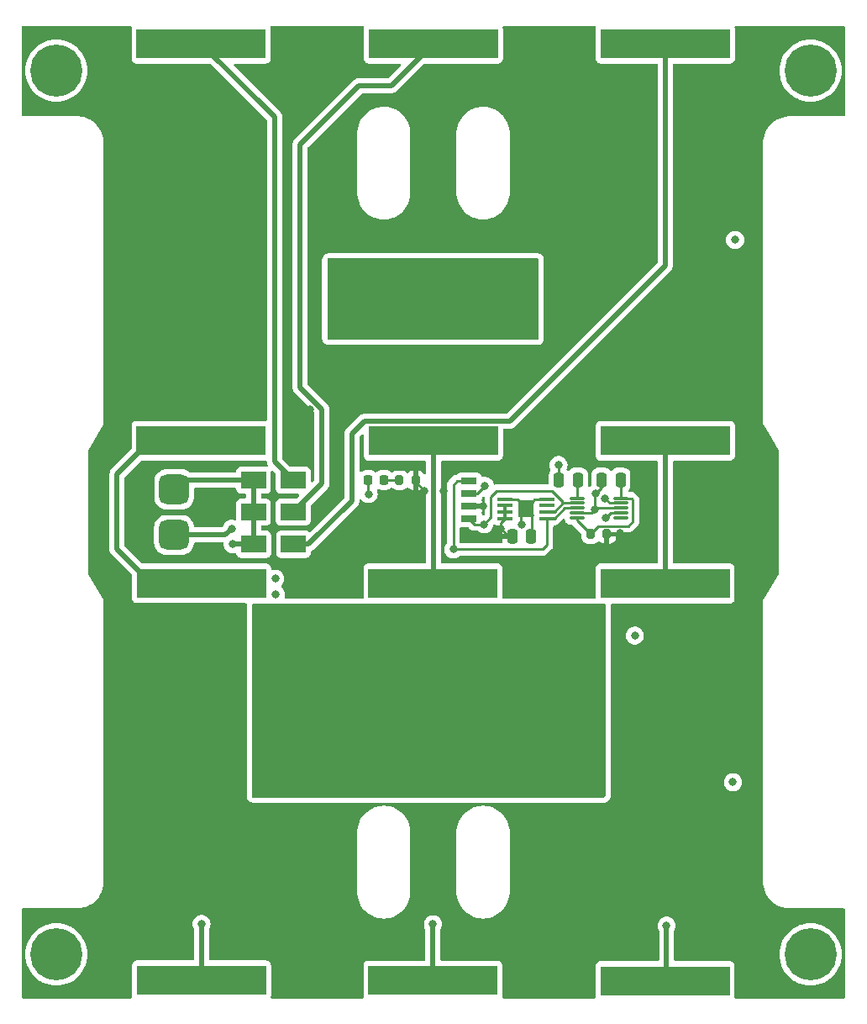
<source format=gbr>
%TF.GenerationSoftware,KiCad,Pcbnew,8.0.2-1*%
%TF.CreationDate,2024-07-10T10:50:47-07:00*%
%TF.ProjectId,solar-panel-NoCutout,736f6c61-722d-4706-916e-656c2d4e6f43,3.0*%
%TF.SameCoordinates,Original*%
%TF.FileFunction,Copper,L1,Top*%
%TF.FilePolarity,Positive*%
%FSLAX46Y46*%
G04 Gerber Fmt 4.6, Leading zero omitted, Abs format (unit mm)*
G04 Created by KiCad (PCBNEW 8.0.2-1) date 2024-07-10 10:50:47*
%MOMM*%
%LPD*%
G01*
G04 APERTURE LIST*
G04 Aperture macros list*
%AMRoundRect*
0 Rectangle with rounded corners*
0 $1 Rounding radius*
0 $2 $3 $4 $5 $6 $7 $8 $9 X,Y pos of 4 corners*
0 Add a 4 corners polygon primitive as box body*
4,1,4,$2,$3,$4,$5,$6,$7,$8,$9,$2,$3,0*
0 Add four circle primitives for the rounded corners*
1,1,$1+$1,$2,$3*
1,1,$1+$1,$4,$5*
1,1,$1+$1,$6,$7*
1,1,$1+$1,$8,$9*
0 Add four rect primitives between the rounded corners*
20,1,$1+$1,$2,$3,$4,$5,0*
20,1,$1+$1,$4,$5,$6,$7,0*
20,1,$1+$1,$6,$7,$8,$9,0*
20,1,$1+$1,$8,$9,$2,$3,0*%
G04 Aperture macros list end*
%TA.AperFunction,ComponentPad*%
%ADD10C,5.250000*%
%TD*%
%TA.AperFunction,SMDPad,CuDef*%
%ADD11RoundRect,0.100000X0.687500X0.100000X-0.687500X0.100000X-0.687500X-0.100000X0.687500X-0.100000X0*%
%TD*%
%TA.AperFunction,HeatsinkPad*%
%ADD12C,0.500000*%
%TD*%
%TA.AperFunction,HeatsinkPad*%
%ADD13R,1.500000X1.800000*%
%TD*%
%TA.AperFunction,SMDPad,CuDef*%
%ADD14R,13.000000X3.000000*%
%TD*%
%TA.AperFunction,SMDPad,CuDef*%
%ADD15RoundRect,0.750000X0.750000X-0.750000X0.750000X0.750000X-0.750000X0.750000X-0.750000X-0.750000X0*%
%TD*%
%TA.AperFunction,SMDPad,CuDef*%
%ADD16R,2.500000X1.700000*%
%TD*%
%TA.AperFunction,SMDPad,CuDef*%
%ADD17RoundRect,0.250000X-0.250000X-0.475000X0.250000X-0.475000X0.250000X0.475000X-0.250000X0.475000X0*%
%TD*%
%TA.AperFunction,SMDPad,CuDef*%
%ADD18RoundRect,0.250000X0.250000X0.475000X-0.250000X0.475000X-0.250000X-0.475000X0.250000X-0.475000X0*%
%TD*%
%TA.AperFunction,SMDPad,CuDef*%
%ADD19R,1.600000X0.700000*%
%TD*%
%TA.AperFunction,SMDPad,CuDef*%
%ADD20RoundRect,0.200000X0.200000X0.275000X-0.200000X0.275000X-0.200000X-0.275000X0.200000X-0.275000X0*%
%TD*%
%TA.AperFunction,SMDPad,CuDef*%
%ADD21RoundRect,0.218750X-0.218750X-0.256250X0.218750X-0.256250X0.218750X0.256250X-0.218750X0.256250X0*%
%TD*%
%TA.AperFunction,SMDPad,CuDef*%
%ADD22RoundRect,0.075000X-0.650000X-0.075000X0.650000X-0.075000X0.650000X0.075000X-0.650000X0.075000X0*%
%TD*%
%TA.AperFunction,ViaPad*%
%ADD23C,0.800000*%
%TD*%
%TA.AperFunction,Conductor*%
%ADD24C,0.250000*%
%TD*%
%TA.AperFunction,Conductor*%
%ADD25C,0.500000*%
%TD*%
G04 APERTURE END LIST*
D10*
%TO.P,J2,1,Pin_1*%
%TO.N,unconnected-(J2-Pin_1-Pad1)*%
X106500000Y-70300000D03*
%TD*%
%TO.P,J3,1,Pin_1*%
%TO.N,unconnected-(J3-Pin_1-Pad1)*%
X106500000Y-159300000D03*
%TD*%
%TO.P,J4,1,Pin_1*%
%TO.N,unconnected-(J4-Pin_1-Pad1)*%
X182500000Y-70300000D03*
%TD*%
%TO.P,J5,1,Pin_1*%
%TO.N,unconnected-(J5-Pin_1-Pad1)*%
X182500000Y-159300000D03*
%TD*%
D11*
%TO.P,U2,1,SDA*%
%TO.N,SDA*%
X155937500Y-115395000D03*
%TO.P,U2,2,SCL*%
%TO.N,SCL*%
X155937500Y-114745000D03*
%TO.P,U2,3,Alert*%
%TO.N,unconnected-(U2-Alert-Pad3)*%
X155937500Y-114095000D03*
%TO.P,U2,4,GND*%
%TO.N,GND*%
X155937500Y-113445000D03*
%TO.P,U2,5,A2*%
X151712500Y-113445000D03*
%TO.P,U2,6,A1*%
%TO.N,+3V3*%
X151712500Y-114095000D03*
%TO.P,U2,7,A0*%
X151712500Y-114745000D03*
%TO.P,U2,8,VDD*%
X151712500Y-115395000D03*
D12*
%TO.P,U2,9,EP/GND*%
%TO.N,GND*%
X154375000Y-115070000D03*
X154375000Y-113770000D03*
D13*
X153825000Y-114420000D03*
D12*
X153275000Y-115070000D03*
X153275000Y-113770000D03*
%TD*%
D14*
%TO.P,SC5,1,+*%
%TO.N,Net-(D3-A)*%
X167860000Y-67570000D03*
%TO.P,SC5,2,-*%
%TO.N,Net-(SC5--)*%
X167860000Y-107570000D03*
%TD*%
D15*
%TO.P,TP1,1,1*%
%TO.N,VSOLAR*%
X118370000Y-112450000D03*
%TD*%
D16*
%TO.P,D3,1,K*%
%TO.N,VSOLAR*%
X126400000Y-118000000D03*
%TO.P,D3,2,A*%
%TO.N,Net-(D3-A)*%
X130400000Y-118000000D03*
%TD*%
D15*
%TO.P,TP2,1,1*%
%TO.N,GND*%
X118360000Y-117050000D03*
%TD*%
D16*
%TO.P,D1,1,K*%
%TO.N,VSOLAR*%
X126360000Y-111540000D03*
%TO.P,D1,2,A*%
%TO.N,Net-(D1-A)*%
X130360000Y-111540000D03*
%TD*%
D14*
%TO.P,SC3,1,+*%
%TO.N,Net-(D2-A)*%
X144490000Y-67570000D03*
%TO.P,SC3,2,-*%
%TO.N,Net-(SC3--)*%
X144490000Y-107570000D03*
%TD*%
%TO.P,SC4,1,+*%
%TO.N,Net-(SC3--)*%
X144450000Y-121940000D03*
%TO.P,SC4,2,-*%
%TO.N,GND*%
X144450000Y-161940000D03*
%TD*%
%TO.P,SC2,1,+*%
%TO.N,Net-(SC1--)*%
X121120000Y-121920000D03*
%TO.P,SC2,2,-*%
%TO.N,GND*%
X121120000Y-161920000D03*
%TD*%
D16*
%TO.P,D2,1,K*%
%TO.N,VSOLAR*%
X126360000Y-114750000D03*
%TO.P,D2,2,A*%
%TO.N,Net-(D2-A)*%
X130360000Y-114750000D03*
%TD*%
D14*
%TO.P,SC6,1,+*%
%TO.N,Net-(SC5--)*%
X167850000Y-121950000D03*
%TO.P,SC6,2,-*%
%TO.N,GND*%
X167850000Y-161950000D03*
%TD*%
D17*
%TO.P,C2,1*%
%TO.N,+3V3*%
X152450000Y-117200000D03*
%TO.P,C2,2*%
%TO.N,GND*%
X154350000Y-117200000D03*
%TD*%
D18*
%TO.P,C5,1*%
%TO.N,Net-(U3-REG)*%
X159050000Y-111500000D03*
%TO.P,C5,2*%
%TO.N,GND*%
X157150000Y-111500000D03*
%TD*%
D19*
%TO.P,U1,1,SCL*%
%TO.N,SCL*%
X148075000Y-115430000D03*
%TO.P,U1,2,VDD*%
%TO.N,+3V3*%
X148075000Y-114160000D03*
%TO.P,U1,3,GND*%
%TO.N,GND*%
X148075000Y-112890000D03*
%TO.P,U1,4,SDA*%
%TO.N,SDA*%
X148075000Y-111620000D03*
%TD*%
D20*
%TO.P,R3,1*%
%TO.N,+3V3*%
X161990000Y-116970000D03*
%TO.P,R3,2*%
%TO.N,Net-(U3-EN)*%
X160340000Y-116970000D03*
%TD*%
D18*
%TO.P,C3,1*%
%TO.N,Net-(U3-EN)*%
X163349999Y-111500000D03*
%TO.P,C3,2*%
%TO.N,GND*%
X161450001Y-111500000D03*
%TD*%
D21*
%TO.P,D4,1,K*%
%TO.N,GND*%
X137912500Y-111525000D03*
%TO.P,D4,2,A*%
%TO.N,Net-(D4-A)*%
X139487500Y-111525000D03*
%TD*%
D14*
%TO.P,SC1,1,+*%
%TO.N,Net-(D1-A)*%
X121090000Y-67570000D03*
%TO.P,SC1,2,-*%
%TO.N,Net-(SC1--)*%
X121090000Y-107570000D03*
%TD*%
D20*
%TO.P,R1,1*%
%TO.N,+3V3*%
X142725000Y-111550000D03*
%TO.P,R1,2*%
%TO.N,Net-(D4-A)*%
X141075000Y-111550000D03*
%TD*%
D22*
%TO.P,U3,1,REG*%
%TO.N,Net-(U3-REG)*%
X158980000Y-113350000D03*
%TO.P,U3,2,SCL*%
%TO.N,SCL*%
X158980000Y-113850000D03*
%TO.P,U3,3,SDA*%
%TO.N,SDA*%
X158980000Y-114350000D03*
%TO.P,U3,4,IN/TRIG*%
%TO.N,GND*%
X158980000Y-114850000D03*
%TO.P,U3,5,EN*%
%TO.N,Net-(U3-EN)*%
X158980000Y-115350000D03*
%TO.P,U3,6,VDD/NC*%
%TO.N,unconnected-(U3-VDD{slash}NC-Pad6)*%
X163380000Y-115350000D03*
%TO.P,U3,7,OUT+*%
%TO.N,Net-(U3-OUT+)*%
X163380000Y-114850000D03*
%TO.P,U3,8,GND*%
%TO.N,GND*%
X163380000Y-114350000D03*
%TO.P,U3,9,OUT-*%
%TO.N,Net-(U3-OUT+)*%
X163380000Y-113850000D03*
%TO.P,U3,10,VDD*%
%TO.N,Net-(U3-EN)*%
X163380000Y-113350000D03*
%TD*%
D23*
%TO.N,GND*%
X153400000Y-116000000D03*
X160825000Y-112900000D03*
%TO.N,+3V3*%
X163300000Y-116900000D03*
X145500000Y-112600000D03*
X143600000Y-112600000D03*
%TO.N,GND*%
X168000000Y-156390000D03*
X157100000Y-110000000D03*
X144450000Y-156250000D03*
X149675000Y-112100000D03*
X121120000Y-156220000D03*
X124150000Y-116450000D03*
X137975000Y-112925000D03*
X160750000Y-114500000D03*
%TO.N,+3V3*%
X139300000Y-104410000D03*
X149500000Y-114160000D03*
X124500000Y-126200000D03*
X151300000Y-116400000D03*
X126600000Y-104300000D03*
X132050000Y-104410000D03*
%TO.N,VSOLAR*%
X124270000Y-118000000D03*
%TO.N,SDA*%
X146500000Y-118500000D03*
X128560000Y-121470000D03*
%TO.N,SCL*%
X128630000Y-123030000D03*
X149600000Y-115990000D03*
%TO.N,Net-(U3-OUT+)*%
X161890000Y-115330000D03*
X174680000Y-141950000D03*
X161820000Y-113350000D03*
X164800000Y-127190000D03*
X174900000Y-87350000D03*
%TD*%
D24*
%TO.N,SDA*%
X155937500Y-118062500D02*
X155937500Y-115395000D01*
X146500000Y-118500000D02*
X146510000Y-118510000D01*
X146510000Y-118510000D02*
X155490000Y-118510000D01*
X155490000Y-118510000D02*
X155937500Y-118062500D01*
X146500000Y-118500000D02*
X146500000Y-112000000D01*
X146880000Y-111620000D02*
X148075000Y-111620000D01*
X146500000Y-112000000D02*
X146880000Y-111620000D01*
%TO.N,GND*%
X153400000Y-116000000D02*
X153275000Y-115875000D01*
X153275000Y-115875000D02*
X153275000Y-115070000D01*
%TO.N,SCL*%
X150300000Y-115290000D02*
X150300000Y-113200000D01*
X150300000Y-113200000D02*
X150900000Y-112600000D01*
X150900000Y-112600000D02*
X156483812Y-112600000D01*
X156483812Y-112600000D02*
X157573812Y-113690000D01*
X149600000Y-115990000D02*
X150300000Y-115290000D01*
X157573812Y-113690000D02*
X157573812Y-113850000D01*
%TO.N,Net-(U3-EN)*%
X160340000Y-116970000D02*
X161140000Y-116170000D01*
X164130000Y-116170000D02*
X164600000Y-115700000D01*
X161140000Y-116170000D02*
X164130000Y-116170000D01*
X164600000Y-113500000D02*
X164450000Y-113350000D01*
X164600000Y-115700000D02*
X164600000Y-113500000D01*
X164450000Y-113350000D02*
X163380000Y-113350000D01*
%TO.N,GND*%
X160750000Y-114500000D02*
X160750000Y-112975000D01*
X160750000Y-112975000D02*
X160825000Y-112900000D01*
X161450001Y-111500000D02*
X161450001Y-112274999D01*
X161450001Y-112274999D02*
X160825000Y-112900000D01*
%TO.N,Net-(U3-REG)*%
X158980000Y-113350000D02*
X158980000Y-111570000D01*
X158980000Y-111570000D02*
X159050000Y-111500000D01*
%TO.N,GND*%
X157100000Y-110000000D02*
X157150000Y-110050000D01*
X157150000Y-110050000D02*
X157150000Y-111450000D01*
%TO.N,SCL*%
X155937500Y-114745000D02*
X156678812Y-114745000D01*
X156678812Y-114745000D02*
X157573812Y-113850000D01*
X157573812Y-113850000D02*
X158980000Y-113850000D01*
%TO.N,+3V3*%
X163230000Y-116970000D02*
X163300000Y-116900000D01*
X161990000Y-116970000D02*
X163230000Y-116970000D01*
%TO.N,SDA*%
X158980000Y-114350000D02*
X157723812Y-114350000D01*
X157723812Y-114350000D02*
X156678812Y-115395000D01*
X156678812Y-115395000D02*
X155937500Y-115395000D01*
%TO.N,+3V3*%
X152450000Y-117200000D02*
X152100000Y-117200000D01*
X152100000Y-117200000D02*
X151300000Y-116400000D01*
X151300000Y-116400000D02*
X151300000Y-115807500D01*
X151300000Y-115807500D02*
X151712500Y-115395000D01*
X151712500Y-114745000D02*
X151712500Y-114095000D01*
X151712500Y-115395000D02*
X151712500Y-114745000D01*
%TO.N,GND*%
X151712500Y-113445000D02*
X152950000Y-113445000D01*
X152950000Y-113445000D02*
X153275000Y-113770000D01*
X155937500Y-113445000D02*
X154700000Y-113445000D01*
X154700000Y-113445000D02*
X154375000Y-113770000D01*
X154375000Y-115070000D02*
X154375000Y-116975000D01*
%TO.N,+3V3*%
X149500000Y-114160000D02*
X148075000Y-114160000D01*
%TO.N,SCL*%
X149600000Y-115990000D02*
X148635000Y-115990000D01*
X148635000Y-115990000D02*
X148075000Y-115430000D01*
%TO.N,+3V3*%
X142725000Y-111550000D02*
X142725000Y-111725000D01*
X142725000Y-111725000D02*
X143600000Y-112600000D01*
%TO.N,GND*%
X148075000Y-112890000D02*
X148885000Y-112890000D01*
D25*
X144450000Y-161940000D02*
X144450000Y-156250000D01*
D24*
X160900000Y-114350000D02*
X160750000Y-114500000D01*
D25*
X168000000Y-161970000D02*
X168000000Y-156390000D01*
D24*
X137912500Y-112862500D02*
X137975000Y-112925000D01*
X158980000Y-114850000D02*
X160400000Y-114850000D01*
D25*
X121120000Y-161920000D02*
X121120000Y-156220000D01*
D24*
X160400000Y-114850000D02*
X160750000Y-114500000D01*
X148885000Y-112890000D02*
X149675000Y-112100000D01*
X163380000Y-114350000D02*
X160900000Y-114350000D01*
D25*
X118360000Y-117050000D02*
X123550000Y-117050000D01*
D24*
X137912500Y-111525000D02*
X137912500Y-112862500D01*
D25*
X123550000Y-117050000D02*
X124150000Y-116450000D01*
%TO.N,VSOLAR*%
X126360000Y-117960000D02*
X126400000Y-118000000D01*
X126360000Y-111540000D02*
X126360000Y-117960000D01*
X118370000Y-112450000D02*
X119280000Y-111540000D01*
X126400000Y-118000000D02*
X124270000Y-118000000D01*
X119280000Y-111540000D02*
X126360000Y-111540000D01*
D24*
%TO.N,Net-(U3-EN)*%
X158980000Y-115350000D02*
X158980000Y-115610000D01*
X158980000Y-115610000D02*
X160340000Y-116970000D01*
X163380000Y-113350000D02*
X163380000Y-111410000D01*
X163380000Y-111410000D02*
X163410000Y-111380000D01*
D25*
%TO.N,Net-(D1-A)*%
X128500000Y-109680000D02*
X130360000Y-111540000D01*
X121090000Y-67570000D02*
X128500000Y-74980000D01*
X128500000Y-74980000D02*
X128500000Y-109680000D01*
%TO.N,Net-(D2-A)*%
X131060000Y-77740000D02*
X131060000Y-102217918D01*
X144490000Y-67570000D02*
X140260000Y-71800000D01*
X133240000Y-104397918D02*
X133240000Y-111870000D01*
X131060000Y-102217918D02*
X133240000Y-104397918D01*
X140260000Y-71800000D02*
X137000000Y-71800000D01*
X137000000Y-71800000D02*
X131060000Y-77740000D01*
X133240000Y-111870000D02*
X130360000Y-114750000D01*
%TO.N,Net-(D3-A)*%
X136280000Y-106880000D02*
X137540000Y-105620000D01*
X137540000Y-105620000D02*
X152180000Y-105620000D01*
X152180000Y-105620000D02*
X167860000Y-89940000D01*
X167860000Y-89940000D02*
X167860000Y-67570000D01*
X136280000Y-113630000D02*
X136280000Y-106880000D01*
X131910000Y-118000000D02*
X136280000Y-113630000D01*
X130400000Y-118000000D02*
X131910000Y-118000000D01*
D24*
%TO.N,Net-(D4-A)*%
X141075000Y-111550000D02*
X139512500Y-111550000D01*
X139512500Y-111550000D02*
X139487500Y-111525000D01*
D25*
%TO.N,Net-(SC1--)*%
X112600000Y-110950000D02*
X115980000Y-107570000D01*
X112600000Y-118490000D02*
X112600000Y-110950000D01*
X116030000Y-121920000D02*
X112600000Y-118490000D01*
X115980000Y-107570000D02*
X121090000Y-107570000D01*
X121120000Y-121920000D02*
X116030000Y-121920000D01*
%TO.N,Net-(SC3--)*%
X144490000Y-121900000D02*
X144450000Y-121940000D01*
X144490000Y-107570000D02*
X144490000Y-121900000D01*
%TO.N,Net-(SC5--)*%
X167860000Y-121830000D02*
X168000000Y-121970000D01*
X167860000Y-107570000D02*
X167860000Y-121830000D01*
D24*
%TO.N,Net-(U3-OUT+)*%
X163380000Y-114850000D02*
X162370000Y-114850000D01*
X162320000Y-113850000D02*
X161820000Y-113350000D01*
X162370000Y-114850000D02*
X161890000Y-115330000D01*
X163380000Y-113850000D02*
X162320000Y-113850000D01*
%TD*%
%TA.AperFunction,Conductor*%
%TO.N,+3V3*%
G36*
X150703782Y-116014887D02*
G01*
X150718374Y-116026084D01*
X150718378Y-116026087D01*
X150866281Y-116087350D01*
X150985155Y-116102999D01*
X151467302Y-116102999D01*
X151535423Y-116123001D01*
X151581916Y-116176656D01*
X151592020Y-116246930D01*
X151574543Y-116295145D01*
X151508343Y-116402472D01*
X151452606Y-116570678D01*
X151452605Y-116570681D01*
X151442000Y-116674483D01*
X151442000Y-116946000D01*
X152578000Y-116946000D01*
X152646121Y-116966002D01*
X152692614Y-117019658D01*
X152704000Y-117072000D01*
X152704000Y-117328000D01*
X152683998Y-117396121D01*
X152630342Y-117442614D01*
X152578000Y-117454000D01*
X151442000Y-117454000D01*
X151442000Y-117725507D01*
X151443245Y-117737694D01*
X151430270Y-117807495D01*
X151381617Y-117859200D01*
X151317897Y-117876500D01*
X147259500Y-117876500D01*
X147191379Y-117856498D01*
X147144886Y-117802842D01*
X147133500Y-117750500D01*
X147133500Y-116414500D01*
X147153502Y-116346379D01*
X147207158Y-116299886D01*
X147259500Y-116288500D01*
X147985405Y-116288500D01*
X148053526Y-116308502D01*
X148074500Y-116325405D01*
X148231167Y-116482072D01*
X148334925Y-116551401D01*
X148397614Y-116577367D01*
X148450215Y-116599155D01*
X148572606Y-116623500D01*
X148572607Y-116623500D01*
X148697394Y-116623500D01*
X148891800Y-116623500D01*
X148959921Y-116643502D01*
X148985437Y-116665190D01*
X148988747Y-116668866D01*
X149143248Y-116781118D01*
X149317712Y-116858794D01*
X149504513Y-116898500D01*
X149695487Y-116898500D01*
X149882288Y-116858794D01*
X150056752Y-116781118D01*
X150211253Y-116668866D01*
X150214563Y-116665190D01*
X150339034Y-116526951D01*
X150339035Y-116526949D01*
X150339040Y-116526944D01*
X150434527Y-116361556D01*
X150493542Y-116179928D01*
X150501766Y-116101676D01*
X150528779Y-116036021D01*
X150587000Y-115995391D01*
X150657945Y-115992688D01*
X150703782Y-116014887D01*
G37*
%TD.AperFunction*%
%TA.AperFunction,Conductor*%
G36*
X151854621Y-114173501D02*
G01*
X151901114Y-114227157D01*
X151912500Y-114279499D01*
X151912500Y-115469000D01*
X151892498Y-115537121D01*
X151838842Y-115583614D01*
X151786500Y-115595000D01*
X151638500Y-115595000D01*
X151570379Y-115574998D01*
X151523886Y-115521342D01*
X151512500Y-115469000D01*
X151512500Y-114279499D01*
X151532502Y-114211378D01*
X151586158Y-114164885D01*
X151638497Y-114153499D01*
X151786501Y-114153499D01*
X151854621Y-114173501D01*
G37*
%TD.AperFunction*%
%TA.AperFunction,Conductor*%
G36*
X149584534Y-113190539D02*
G01*
X149641369Y-113233086D01*
X149666179Y-113299607D01*
X149666500Y-113308594D01*
X149666500Y-114955500D01*
X149646498Y-115023621D01*
X149592842Y-115070114D01*
X149540500Y-115081500D01*
X149502071Y-115081500D01*
X149433950Y-115061498D01*
X149387457Y-115007842D01*
X149379363Y-114978341D01*
X149378803Y-114978474D01*
X149376988Y-114970795D01*
X149327575Y-114838317D01*
X149322509Y-114767502D01*
X149327575Y-114750251D01*
X149376494Y-114619096D01*
X149382999Y-114558597D01*
X149383000Y-114558585D01*
X149383000Y-114414000D01*
X147947000Y-114414000D01*
X147878879Y-114393998D01*
X147832386Y-114340342D01*
X147821000Y-114288000D01*
X147821000Y-114032000D01*
X147841002Y-113963879D01*
X147894658Y-113917386D01*
X147947000Y-113906000D01*
X149383000Y-113906000D01*
X149383000Y-113761414D01*
X149382999Y-113761402D01*
X149376494Y-113700903D01*
X149327575Y-113569748D01*
X149322509Y-113498932D01*
X149327571Y-113481693D01*
X149376989Y-113349201D01*
X149378897Y-113331452D01*
X149406063Y-113265861D01*
X149415063Y-113255840D01*
X149451408Y-113219495D01*
X149513718Y-113185473D01*
X149584534Y-113190539D01*
G37*
%TD.AperFunction*%
%TA.AperFunction,Conductor*%
G36*
X114043771Y-65795502D02*
G01*
X114090264Y-65849158D01*
X114100368Y-65919432D01*
X114093706Y-65945528D01*
X114088011Y-65960799D01*
X114088010Y-65960802D01*
X114088009Y-65960803D01*
X114081500Y-66021350D01*
X114081500Y-69118649D01*
X114088009Y-69179196D01*
X114088011Y-69179204D01*
X114139110Y-69316202D01*
X114139112Y-69316207D01*
X114226738Y-69433261D01*
X114343792Y-69520887D01*
X114343794Y-69520888D01*
X114343796Y-69520889D01*
X114402875Y-69542924D01*
X114480795Y-69571988D01*
X114480803Y-69571990D01*
X114541350Y-69578499D01*
X114541355Y-69578499D01*
X114541362Y-69578500D01*
X121973629Y-69578500D01*
X122041750Y-69598502D01*
X122062724Y-69615405D01*
X127704595Y-75257276D01*
X127738621Y-75319588D01*
X127741500Y-75346371D01*
X127741500Y-105435500D01*
X127721498Y-105503621D01*
X127667842Y-105550114D01*
X127615500Y-105561500D01*
X114541350Y-105561500D01*
X114480803Y-105568009D01*
X114480795Y-105568011D01*
X114343797Y-105619110D01*
X114343792Y-105619112D01*
X114226738Y-105706738D01*
X114139112Y-105823792D01*
X114139110Y-105823797D01*
X114088011Y-105960795D01*
X114088009Y-105960803D01*
X114081500Y-106021350D01*
X114081500Y-108343629D01*
X114061498Y-108411750D01*
X114044595Y-108432724D01*
X112010838Y-110466480D01*
X112010833Y-110466486D01*
X111927826Y-110590716D01*
X111889394Y-110683499D01*
X111870650Y-110728749D01*
X111870649Y-110728754D01*
X111841500Y-110875290D01*
X111841500Y-110875294D01*
X111841500Y-118564706D01*
X111850470Y-118609802D01*
X111860559Y-118660524D01*
X111865595Y-118685842D01*
X111870649Y-118711247D01*
X111927826Y-118849284D01*
X112010834Y-118973515D01*
X112010838Y-118973519D01*
X114074595Y-121037276D01*
X114108621Y-121099588D01*
X114111500Y-121126371D01*
X114111500Y-123468649D01*
X114118009Y-123529196D01*
X114118011Y-123529204D01*
X114169110Y-123666202D01*
X114169112Y-123666207D01*
X114256738Y-123783261D01*
X114373792Y-123870887D01*
X114373794Y-123870888D01*
X114373796Y-123870889D01*
X114432875Y-123892924D01*
X114510795Y-123921988D01*
X114510803Y-123921990D01*
X114571350Y-123928499D01*
X114571355Y-123928499D01*
X114571362Y-123928500D01*
X125573131Y-123928500D01*
X125641252Y-123948502D01*
X125687745Y-124002158D01*
X125697848Y-124072429D01*
X125697848Y-124072432D01*
X125686500Y-124151356D01*
X125686500Y-143376007D01*
X125698237Y-143485164D01*
X125709441Y-143536667D01*
X125743125Y-143637869D01*
X125744110Y-143640827D01*
X125755481Y-143658520D01*
X125823130Y-143763784D01*
X125823131Y-143763786D01*
X125868880Y-143816582D01*
X125868882Y-143816583D01*
X125868884Y-143816586D01*
X125979339Y-143912297D01*
X126057194Y-143947853D01*
X126112284Y-143973013D01*
X126112286Y-143973013D01*
X126112287Y-143973014D01*
X126179326Y-143992699D01*
X126179330Y-143992700D01*
X126324000Y-144013500D01*
X126324004Y-144013500D01*
X161648650Y-144013500D01*
X161694536Y-144011039D01*
X161703533Y-144010557D01*
X161729891Y-144007723D01*
X161770797Y-144001094D01*
X161784145Y-143998932D01*
X161784146Y-143998931D01*
X161784149Y-143998931D01*
X161921091Y-143947854D01*
X161982414Y-143914369D01*
X162099418Y-143826780D01*
X162226780Y-143699418D01*
X162263517Y-143658520D01*
X162280151Y-143637878D01*
X162312297Y-143593299D01*
X162373014Y-143460351D01*
X162392699Y-143393312D01*
X162392700Y-143393308D01*
X162413500Y-143248638D01*
X162413500Y-141950000D01*
X173766496Y-141950000D01*
X173786457Y-142139927D01*
X173816526Y-142232470D01*
X173845473Y-142321556D01*
X173845476Y-142321561D01*
X173940958Y-142486941D01*
X173940965Y-142486951D01*
X174068744Y-142628864D01*
X174068747Y-142628866D01*
X174223248Y-142741118D01*
X174397712Y-142818794D01*
X174584513Y-142858500D01*
X174775487Y-142858500D01*
X174962288Y-142818794D01*
X175136752Y-142741118D01*
X175291253Y-142628866D01*
X175419040Y-142486944D01*
X175514527Y-142321556D01*
X175573542Y-142139928D01*
X175593504Y-141950000D01*
X175573542Y-141760072D01*
X175514527Y-141578444D01*
X175419040Y-141413056D01*
X175419038Y-141413054D01*
X175419034Y-141413048D01*
X175291255Y-141271135D01*
X175136752Y-141158882D01*
X174962288Y-141081206D01*
X174775487Y-141041500D01*
X174584513Y-141041500D01*
X174397711Y-141081206D01*
X174223247Y-141158882D01*
X174068744Y-141271135D01*
X173940965Y-141413048D01*
X173940958Y-141413058D01*
X173845476Y-141578438D01*
X173845473Y-141578445D01*
X173786457Y-141760072D01*
X173766496Y-141950000D01*
X162413500Y-141950000D01*
X162413500Y-127190000D01*
X163886496Y-127190000D01*
X163906457Y-127379927D01*
X163936526Y-127472470D01*
X163965473Y-127561556D01*
X163965476Y-127561561D01*
X164060958Y-127726941D01*
X164060965Y-127726951D01*
X164188744Y-127868864D01*
X164188747Y-127868866D01*
X164343248Y-127981118D01*
X164517712Y-128058794D01*
X164704513Y-128098500D01*
X164895487Y-128098500D01*
X165082288Y-128058794D01*
X165256752Y-127981118D01*
X165411253Y-127868866D01*
X165539040Y-127726944D01*
X165634527Y-127561556D01*
X165693542Y-127379928D01*
X165713504Y-127190000D01*
X165693542Y-127000072D01*
X165634527Y-126818444D01*
X165539040Y-126653056D01*
X165539038Y-126653054D01*
X165539034Y-126653048D01*
X165411255Y-126511135D01*
X165256752Y-126398882D01*
X165082288Y-126321206D01*
X164895487Y-126281500D01*
X164704513Y-126281500D01*
X164517711Y-126321206D01*
X164343247Y-126398882D01*
X164188744Y-126511135D01*
X164060965Y-126653048D01*
X164060958Y-126653058D01*
X163965476Y-126818438D01*
X163965473Y-126818445D01*
X163906457Y-127000072D01*
X163886496Y-127190000D01*
X162413500Y-127190000D01*
X162413500Y-124151362D01*
X162413500Y-124151356D01*
X162413500Y-124151349D01*
X162410558Y-124096487D01*
X162410557Y-124096467D01*
X162410554Y-124096444D01*
X162410422Y-124094795D01*
X162410467Y-124094791D01*
X162410467Y-124094783D01*
X162410777Y-124094766D01*
X162411358Y-124094719D01*
X162423230Y-124028288D01*
X162471522Y-123976245D01*
X162535996Y-123958500D01*
X174398632Y-123958500D01*
X174398638Y-123958500D01*
X174398645Y-123958499D01*
X174398649Y-123958499D01*
X174459196Y-123951990D01*
X174459199Y-123951989D01*
X174459201Y-123951989D01*
X174596204Y-123900889D01*
X174713261Y-123813261D01*
X174800889Y-123696204D01*
X174851989Y-123559201D01*
X174855215Y-123529201D01*
X174858499Y-123498649D01*
X174858500Y-123498632D01*
X174858500Y-120401367D01*
X174858499Y-120401350D01*
X174851990Y-120340803D01*
X174851988Y-120340795D01*
X174800889Y-120203797D01*
X174800887Y-120203792D01*
X174713261Y-120086738D01*
X174596207Y-119999112D01*
X174596202Y-119999110D01*
X174459204Y-119948011D01*
X174459196Y-119948009D01*
X174398649Y-119941500D01*
X174398638Y-119941500D01*
X168744500Y-119941500D01*
X168676379Y-119921498D01*
X168629886Y-119867842D01*
X168618500Y-119815500D01*
X168618500Y-109704500D01*
X168638502Y-109636379D01*
X168692158Y-109589886D01*
X168744500Y-109578500D01*
X174408632Y-109578500D01*
X174408638Y-109578500D01*
X174408645Y-109578499D01*
X174408649Y-109578499D01*
X174469196Y-109571990D01*
X174469199Y-109571989D01*
X174469201Y-109571989D01*
X174606204Y-109520889D01*
X174723261Y-109433261D01*
X174807198Y-109321135D01*
X174810887Y-109316207D01*
X174810887Y-109316206D01*
X174810889Y-109316204D01*
X174861989Y-109179201D01*
X174868500Y-109118638D01*
X174868500Y-106021362D01*
X174868499Y-106021350D01*
X174861990Y-105960803D01*
X174861988Y-105960795D01*
X174810889Y-105823797D01*
X174810887Y-105823792D01*
X174723261Y-105706738D01*
X174606207Y-105619112D01*
X174606202Y-105619110D01*
X174469204Y-105568011D01*
X174469196Y-105568009D01*
X174408649Y-105561500D01*
X174408638Y-105561500D01*
X161311362Y-105561500D01*
X161311350Y-105561500D01*
X161250803Y-105568009D01*
X161250795Y-105568011D01*
X161113797Y-105619110D01*
X161113792Y-105619112D01*
X160996738Y-105706738D01*
X160909112Y-105823792D01*
X160909110Y-105823797D01*
X160858011Y-105960795D01*
X160858009Y-105960803D01*
X160851500Y-106021350D01*
X160851500Y-109118649D01*
X160858009Y-109179196D01*
X160858011Y-109179204D01*
X160909110Y-109316202D01*
X160909112Y-109316207D01*
X160996738Y-109433261D01*
X161113792Y-109520887D01*
X161113794Y-109520888D01*
X161113796Y-109520889D01*
X161172875Y-109542924D01*
X161250795Y-109571988D01*
X161250803Y-109571990D01*
X161311350Y-109578499D01*
X161311355Y-109578499D01*
X161311362Y-109578500D01*
X166975500Y-109578500D01*
X167043621Y-109598502D01*
X167090114Y-109652158D01*
X167101500Y-109704500D01*
X167101500Y-119815500D01*
X167081498Y-119883621D01*
X167027842Y-119930114D01*
X166975500Y-119941500D01*
X161301350Y-119941500D01*
X161240803Y-119948009D01*
X161240795Y-119948011D01*
X161103797Y-119999110D01*
X161103792Y-119999112D01*
X160986738Y-120086738D01*
X160899112Y-120203792D01*
X160899110Y-120203797D01*
X160848011Y-120340795D01*
X160848009Y-120340803D01*
X160841500Y-120401350D01*
X160841500Y-123360500D01*
X160821498Y-123428621D01*
X160767842Y-123475114D01*
X160715500Y-123486500D01*
X151584500Y-123486500D01*
X151516379Y-123466498D01*
X151469886Y-123412842D01*
X151458500Y-123360500D01*
X151458500Y-120391367D01*
X151458499Y-120391350D01*
X151451990Y-120330803D01*
X151451988Y-120330795D01*
X151400889Y-120193797D01*
X151400887Y-120193792D01*
X151313261Y-120076738D01*
X151196207Y-119989112D01*
X151196202Y-119989110D01*
X151059204Y-119938011D01*
X151059196Y-119938009D01*
X150998649Y-119931500D01*
X150998638Y-119931500D01*
X145374500Y-119931500D01*
X145306379Y-119911498D01*
X145259886Y-119857842D01*
X145248500Y-119805500D01*
X145248500Y-118500000D01*
X145586496Y-118500000D01*
X145606457Y-118689927D01*
X145632470Y-118769984D01*
X145665473Y-118871556D01*
X145665476Y-118871561D01*
X145760958Y-119036941D01*
X145760965Y-119036951D01*
X145888744Y-119178864D01*
X145888747Y-119178866D01*
X146043248Y-119291118D01*
X146217712Y-119368794D01*
X146404513Y-119408500D01*
X146595487Y-119408500D01*
X146782288Y-119368794D01*
X146956752Y-119291118D01*
X147111253Y-119178866D01*
X147111256Y-119178862D01*
X147114582Y-119175868D01*
X147178588Y-119145148D01*
X147198897Y-119143500D01*
X155552393Y-119143500D01*
X155552394Y-119143500D01*
X155674785Y-119119155D01*
X155790075Y-119071400D01*
X155893833Y-119002071D01*
X156429572Y-118466333D01*
X156498901Y-118362575D01*
X156535577Y-118274030D01*
X156546655Y-118247285D01*
X156571000Y-118124894D01*
X156571000Y-116226358D01*
X156591002Y-116158237D01*
X156644658Y-116111744D01*
X156680555Y-116101436D01*
X156783850Y-116087838D01*
X156931876Y-116026524D01*
X157058987Y-115928987D01*
X157114186Y-115857049D01*
X157125040Y-115844674D01*
X157537910Y-115431804D01*
X157600220Y-115397780D01*
X157671035Y-115402845D01*
X157727871Y-115445392D01*
X157751925Y-115504454D01*
X157761518Y-115577322D01*
X157820313Y-115719266D01*
X157820318Y-115719274D01*
X157913842Y-115841157D01*
X158035725Y-115934681D01*
X158035732Y-115934686D01*
X158177676Y-115993481D01*
X158291756Y-116008500D01*
X158430405Y-116008500D01*
X158498526Y-116028502D01*
X158519500Y-116045404D01*
X159394596Y-116920500D01*
X159428620Y-116982811D01*
X159431500Y-117009594D01*
X159431500Y-117302261D01*
X159437986Y-117373646D01*
X159437986Y-117373647D01*
X159489170Y-117537906D01*
X159489172Y-117537911D01*
X159578184Y-117685155D01*
X159578188Y-117685160D01*
X159699839Y-117806811D01*
X159699844Y-117806815D01*
X159699845Y-117806816D01*
X159847087Y-117895827D01*
X160011351Y-117947013D01*
X160082735Y-117953500D01*
X160597264Y-117953499D01*
X160668649Y-117947013D01*
X160832913Y-117895827D01*
X160980155Y-117806816D01*
X160989497Y-117797474D01*
X161076259Y-117710713D01*
X161138571Y-117676687D01*
X161209386Y-117681752D01*
X161254449Y-117710713D01*
X161350149Y-117806413D01*
X161350159Y-117806421D01*
X161497293Y-117895366D01*
X161661446Y-117946518D01*
X161732781Y-117952999D01*
X161735999Y-117952999D01*
X162244000Y-117952999D01*
X162247222Y-117952999D01*
X162318553Y-117946518D01*
X162482706Y-117895366D01*
X162629840Y-117806421D01*
X162629850Y-117806413D01*
X162751413Y-117684850D01*
X162751421Y-117684840D01*
X162840366Y-117537706D01*
X162891518Y-117373553D01*
X162891518Y-117373552D01*
X162898000Y-117302222D01*
X162898000Y-117224000D01*
X162244000Y-117224000D01*
X162244000Y-117952999D01*
X161735999Y-117952999D01*
X161736000Y-117952998D01*
X161736000Y-116929500D01*
X161756002Y-116861379D01*
X161809658Y-116814886D01*
X161862000Y-116803500D01*
X164192393Y-116803500D01*
X164192394Y-116803500D01*
X164314785Y-116779155D01*
X164430075Y-116731400D01*
X164533833Y-116662071D01*
X165092071Y-116103833D01*
X165161400Y-116000075D01*
X165209155Y-115884785D01*
X165233500Y-115762394D01*
X165233500Y-115637607D01*
X165233500Y-113437606D01*
X165209155Y-113315215D01*
X165161400Y-113199925D01*
X165092071Y-113096167D01*
X165003833Y-113007929D01*
X164853833Y-112857929D01*
X164750075Y-112788600D01*
X164634785Y-112740845D01*
X164544504Y-112722887D01*
X164512396Y-112716500D01*
X164512394Y-112716500D01*
X164235372Y-112716500D01*
X164167251Y-112696498D01*
X164120758Y-112642842D01*
X164110654Y-112572568D01*
X164140148Y-112507988D01*
X164146277Y-112501405D01*
X164199023Y-112448658D01*
X164199029Y-112448652D01*
X164292114Y-112297738D01*
X164347886Y-112129426D01*
X164358499Y-112025545D01*
X164358498Y-110974456D01*
X164347886Y-110870574D01*
X164292114Y-110702262D01*
X164199029Y-110551348D01*
X164199027Y-110551346D01*
X164199023Y-110551341D01*
X164073657Y-110425975D01*
X164073651Y-110425970D01*
X163922737Y-110332885D01*
X163838581Y-110304999D01*
X163754426Y-110277113D01*
X163754419Y-110277112D01*
X163650552Y-110266500D01*
X163049454Y-110266500D01*
X162945573Y-110277112D01*
X162777260Y-110332885D01*
X162626346Y-110425970D01*
X162626340Y-110425975D01*
X162500969Y-110551346D01*
X162498835Y-110554046D01*
X162496899Y-110555416D01*
X162495779Y-110556537D01*
X162495587Y-110556345D01*
X162440894Y-110595074D01*
X162369969Y-110598264D01*
X162308578Y-110562602D01*
X162301165Y-110554046D01*
X162299030Y-110551346D01*
X162173659Y-110425975D01*
X162173653Y-110425970D01*
X162022739Y-110332885D01*
X161938583Y-110304999D01*
X161854428Y-110277113D01*
X161854421Y-110277112D01*
X161750554Y-110266500D01*
X161149456Y-110266500D01*
X161045575Y-110277112D01*
X160877262Y-110332885D01*
X160726348Y-110425970D01*
X160726342Y-110425975D01*
X160600976Y-110551341D01*
X160600971Y-110551347D01*
X160507886Y-110702262D01*
X160452114Y-110870572D01*
X160452113Y-110870579D01*
X160441501Y-110974446D01*
X160441501Y-111994441D01*
X160421499Y-112062562D01*
X160373266Y-112104355D01*
X160373972Y-112105577D01*
X160368247Y-112108882D01*
X160252527Y-112192958D01*
X160185659Y-112216817D01*
X160116507Y-112200736D01*
X160067027Y-112149822D01*
X160052928Y-112080239D01*
X160053119Y-112078214D01*
X160058499Y-112025552D01*
X160058500Y-112025545D01*
X160058499Y-110974456D01*
X160047887Y-110870574D01*
X159992115Y-110702262D01*
X159899030Y-110551348D01*
X159899028Y-110551346D01*
X159899024Y-110551341D01*
X159773658Y-110425975D01*
X159773652Y-110425970D01*
X159622738Y-110332885D01*
X159538582Y-110304999D01*
X159454427Y-110277113D01*
X159454420Y-110277112D01*
X159350553Y-110266500D01*
X158749455Y-110266500D01*
X158645574Y-110277112D01*
X158477261Y-110332885D01*
X158326347Y-110425970D01*
X158326341Y-110425975D01*
X158200972Y-110551344D01*
X158198834Y-110554049D01*
X158196895Y-110555421D01*
X158195780Y-110556537D01*
X158195589Y-110556346D01*
X158140892Y-110595076D01*
X158069967Y-110598264D01*
X158008577Y-110562602D01*
X158001166Y-110554049D01*
X157999027Y-110551344D01*
X157960244Y-110512561D01*
X157926218Y-110450249D01*
X157931283Y-110379434D01*
X157934233Y-110372216D01*
X157934524Y-110371561D01*
X157934527Y-110371556D01*
X157993542Y-110189928D01*
X158013504Y-110000000D01*
X157993542Y-109810072D01*
X157934527Y-109628444D01*
X157839040Y-109463056D01*
X157839038Y-109463054D01*
X157839034Y-109463048D01*
X157711255Y-109321135D01*
X157556752Y-109208882D01*
X157382288Y-109131206D01*
X157195487Y-109091500D01*
X157004513Y-109091500D01*
X156817711Y-109131206D01*
X156643247Y-109208882D01*
X156488744Y-109321135D01*
X156360965Y-109463048D01*
X156360958Y-109463058D01*
X156265476Y-109628438D01*
X156265473Y-109628445D01*
X156206457Y-109810072D01*
X156186496Y-110000000D01*
X156206457Y-110189927D01*
X156222439Y-110239112D01*
X156265473Y-110371556D01*
X156265476Y-110371561D01*
X156298646Y-110429013D01*
X156315384Y-110498008D01*
X156296768Y-110558160D01*
X156207885Y-110702262D01*
X156152113Y-110870572D01*
X156152112Y-110870579D01*
X156141500Y-110974446D01*
X156141500Y-110974454D01*
X156141500Y-110974455D01*
X156141500Y-111421135D01*
X156141501Y-111840500D01*
X156121499Y-111908621D01*
X156067843Y-111955114D01*
X156015501Y-111966500D01*
X150837603Y-111966500D01*
X150743725Y-111985174D01*
X150715215Y-111990845D01*
X150715214Y-111990845D01*
X150711913Y-111991502D01*
X150641199Y-111985174D01*
X150585131Y-111941620D01*
X150567498Y-111906860D01*
X150509527Y-111728444D01*
X150414040Y-111563056D01*
X150414038Y-111563054D01*
X150414034Y-111563048D01*
X150286255Y-111421135D01*
X150131752Y-111308882D01*
X149957288Y-111231206D01*
X149770487Y-111191500D01*
X149579513Y-111191500D01*
X149579511Y-111191500D01*
X149508755Y-111206539D01*
X149437964Y-111201136D01*
X149381332Y-111158319D01*
X149364504Y-111127325D01*
X149325889Y-111023796D01*
X149325887Y-111023792D01*
X149238261Y-110906738D01*
X149121207Y-110819112D01*
X149121202Y-110819110D01*
X148984204Y-110768011D01*
X148984196Y-110768009D01*
X148923649Y-110761500D01*
X148923638Y-110761500D01*
X147226362Y-110761500D01*
X147226350Y-110761500D01*
X147165803Y-110768009D01*
X147165795Y-110768011D01*
X147028797Y-110819110D01*
X147028792Y-110819112D01*
X146911738Y-110906738D01*
X146886987Y-110939803D01*
X146830151Y-110982350D01*
X146810701Y-110987873D01*
X146747632Y-111000418D01*
X146695215Y-111010845D01*
X146695213Y-111010845D01*
X146695212Y-111010846D01*
X146579923Y-111058601D01*
X146476171Y-111127926D01*
X146476164Y-111127931D01*
X146007931Y-111596164D01*
X146007926Y-111596171D01*
X145989587Y-111623618D01*
X145938600Y-111699925D01*
X145926787Y-111728444D01*
X145890846Y-111815212D01*
X145866500Y-111937603D01*
X145866500Y-117797474D01*
X145846498Y-117865595D01*
X145834137Y-117881784D01*
X145760957Y-117963059D01*
X145665476Y-118128438D01*
X145665473Y-118128445D01*
X145606457Y-118310072D01*
X145586496Y-118500000D01*
X145248500Y-118500000D01*
X145248500Y-109704500D01*
X145268502Y-109636379D01*
X145322158Y-109589886D01*
X145374500Y-109578500D01*
X151038632Y-109578500D01*
X151038638Y-109578500D01*
X151038645Y-109578499D01*
X151038649Y-109578499D01*
X151099196Y-109571990D01*
X151099199Y-109571989D01*
X151099201Y-109571989D01*
X151236204Y-109520889D01*
X151353261Y-109433261D01*
X151437198Y-109321135D01*
X151440887Y-109316207D01*
X151440887Y-109316206D01*
X151440889Y-109316204D01*
X151491989Y-109179201D01*
X151498500Y-109118638D01*
X151498500Y-106504500D01*
X151518502Y-106436379D01*
X151572158Y-106389886D01*
X151624500Y-106378500D01*
X152254701Y-106378500D01*
X152254705Y-106378500D01*
X152254706Y-106378500D01*
X152327976Y-106363925D01*
X152401247Y-106349351D01*
X152539284Y-106292174D01*
X152663515Y-106209166D01*
X168449166Y-90423515D01*
X168532174Y-90299284D01*
X168589351Y-90161246D01*
X168618500Y-90014705D01*
X168618500Y-89865295D01*
X168618500Y-87350000D01*
X173986496Y-87350000D01*
X174006457Y-87539927D01*
X174036526Y-87632470D01*
X174065473Y-87721556D01*
X174065476Y-87721561D01*
X174160958Y-87886941D01*
X174160965Y-87886951D01*
X174288744Y-88028864D01*
X174288747Y-88028866D01*
X174443248Y-88141118D01*
X174617712Y-88218794D01*
X174804513Y-88258500D01*
X174995487Y-88258500D01*
X175182288Y-88218794D01*
X175356752Y-88141118D01*
X175511253Y-88028866D01*
X175639040Y-87886944D01*
X175734527Y-87721556D01*
X175793542Y-87539928D01*
X175813504Y-87350000D01*
X175793542Y-87160072D01*
X175734527Y-86978444D01*
X175639040Y-86813056D01*
X175639038Y-86813054D01*
X175639034Y-86813048D01*
X175511255Y-86671135D01*
X175356752Y-86558882D01*
X175182288Y-86481206D01*
X174995487Y-86441500D01*
X174804513Y-86441500D01*
X174617711Y-86481206D01*
X174443247Y-86558882D01*
X174288744Y-86671135D01*
X174160965Y-86813048D01*
X174160958Y-86813058D01*
X174065476Y-86978438D01*
X174065473Y-86978445D01*
X174006457Y-87160072D01*
X173986496Y-87350000D01*
X168618500Y-87350000D01*
X168618500Y-70300000D01*
X179361563Y-70300000D01*
X179381296Y-70651389D01*
X179381296Y-70651390D01*
X179381297Y-70651393D01*
X179440250Y-70998368D01*
X179501461Y-71210834D01*
X179537683Y-71336564D01*
X179672361Y-71661706D01*
X179672366Y-71661717D01*
X179672373Y-71661729D01*
X179842602Y-71969738D01*
X179842606Y-71969745D01*
X180046268Y-72256779D01*
X180046273Y-72256786D01*
X180147692Y-72370274D01*
X180280790Y-72519210D01*
X180447448Y-72668144D01*
X180543213Y-72753726D01*
X180543220Y-72753731D01*
X180830254Y-72957393D01*
X180830261Y-72957397D01*
X180943389Y-73019920D01*
X181138283Y-73127634D01*
X181463440Y-73262318D01*
X181801632Y-73359750D01*
X182148607Y-73418703D01*
X182500000Y-73438437D01*
X182851393Y-73418703D01*
X183198368Y-73359750D01*
X183536560Y-73262318D01*
X183861717Y-73127634D01*
X184169749Y-72957391D01*
X184456783Y-72753729D01*
X184719210Y-72519210D01*
X184953729Y-72256783D01*
X185157391Y-71969749D01*
X185327634Y-71661717D01*
X185462318Y-71336560D01*
X185559750Y-70998368D01*
X185618703Y-70651393D01*
X185638437Y-70300000D01*
X185618703Y-69948607D01*
X185559750Y-69601632D01*
X185462318Y-69263440D01*
X185327634Y-68938283D01*
X185157391Y-68630251D01*
X184953729Y-68343217D01*
X184953728Y-68343216D01*
X184953726Y-68343213D01*
X184868144Y-68247448D01*
X184719210Y-68080790D01*
X184570274Y-67947692D01*
X184456786Y-67846273D01*
X184456779Y-67846268D01*
X184169745Y-67642606D01*
X184169738Y-67642602D01*
X183949669Y-67520975D01*
X183861717Y-67472366D01*
X183861710Y-67472363D01*
X183861706Y-67472361D01*
X183536564Y-67337683D01*
X183467409Y-67317759D01*
X183198368Y-67240250D01*
X183198362Y-67240249D01*
X183198359Y-67240248D01*
X182851389Y-67181296D01*
X182500000Y-67161563D01*
X182148610Y-67181296D01*
X182148609Y-67181296D01*
X181801640Y-67240248D01*
X181801634Y-67240249D01*
X181801632Y-67240250D01*
X181663330Y-67280094D01*
X181463435Y-67337683D01*
X181138293Y-67472361D01*
X181138270Y-67472373D01*
X180830261Y-67642602D01*
X180830254Y-67642606D01*
X180543220Y-67846268D01*
X180543213Y-67846273D01*
X180280790Y-68080790D01*
X180046273Y-68343213D01*
X180046268Y-68343220D01*
X179842606Y-68630254D01*
X179842602Y-68630261D01*
X179672373Y-68938270D01*
X179672361Y-68938293D01*
X179537683Y-69263435D01*
X179537682Y-69263440D01*
X179446915Y-69578500D01*
X179440248Y-69601640D01*
X179381296Y-69948609D01*
X179381296Y-69948610D01*
X179361563Y-70300000D01*
X168618500Y-70300000D01*
X168618500Y-69704500D01*
X168638502Y-69636379D01*
X168692158Y-69589886D01*
X168744500Y-69578500D01*
X174408632Y-69578500D01*
X174408638Y-69578500D01*
X174408645Y-69578499D01*
X174408649Y-69578499D01*
X174469196Y-69571990D01*
X174469199Y-69571989D01*
X174469201Y-69571989D01*
X174606204Y-69520889D01*
X174723261Y-69433261D01*
X174810889Y-69316204D01*
X174861989Y-69179201D01*
X174868500Y-69118638D01*
X174868500Y-66021362D01*
X174868499Y-66021350D01*
X174861990Y-65960803D01*
X174861989Y-65960802D01*
X174861989Y-65960799D01*
X174856294Y-65945532D01*
X174851229Y-65874720D01*
X174885252Y-65812407D01*
X174947564Y-65778380D01*
X174974350Y-65775500D01*
X185848500Y-65775500D01*
X185916621Y-65795502D01*
X185963114Y-65849158D01*
X185974500Y-65901500D01*
X185974500Y-74773500D01*
X185954498Y-74841621D01*
X185900842Y-74888114D01*
X185848500Y-74899500D01*
X180413112Y-74899500D01*
X180412427Y-74899498D01*
X180400600Y-74899433D01*
X180269453Y-74898720D01*
X180269452Y-74898720D01*
X180269447Y-74898720D01*
X180076259Y-74919477D01*
X179969787Y-74930918D01*
X179969783Y-74930918D01*
X179969781Y-74930919D01*
X179969775Y-74930920D01*
X179675661Y-74996622D01*
X179675645Y-74996626D01*
X179390770Y-75095007D01*
X179390758Y-75095012D01*
X179118766Y-75224817D01*
X178863092Y-75384407D01*
X178626999Y-75571746D01*
X178413483Y-75784456D01*
X178225255Y-76019835D01*
X178064696Y-76274911D01*
X177933861Y-76546415D01*
X177933859Y-76546422D01*
X177834402Y-76830918D01*
X177834397Y-76830932D01*
X177767583Y-77124802D01*
X177767582Y-77124809D01*
X177734251Y-77424354D01*
X177734500Y-77574446D01*
X177734500Y-105931999D01*
X177732230Y-105951093D01*
X177732966Y-105955763D01*
X177733107Y-105957572D01*
X177733929Y-105959186D01*
X177735738Y-105963554D01*
X177747635Y-105978659D01*
X178253155Y-106805294D01*
X179305993Y-108526915D01*
X179324500Y-108592650D01*
X179324500Y-120957348D01*
X179305993Y-121023084D01*
X177747632Y-123571344D01*
X177735737Y-123586449D01*
X177733926Y-123590822D01*
X177733108Y-123592429D01*
X177732968Y-123594222D01*
X177732230Y-123598906D01*
X177734500Y-123618003D01*
X177734500Y-151952482D01*
X177734225Y-152125650D01*
X177734225Y-152125652D01*
X177767574Y-152425179D01*
X177767575Y-152425187D01*
X177833273Y-152714067D01*
X177834410Y-152719067D01*
X177932134Y-152998571D01*
X177933886Y-153003580D01*
X178064724Y-153275068D01*
X178225285Y-153530133D01*
X178413508Y-153765503D01*
X178413514Y-153765510D01*
X178413515Y-153765511D01*
X178627031Y-153978221D01*
X178863120Y-154165562D01*
X179118786Y-154325154D01*
X179390783Y-154454971D01*
X179675656Y-154553366D01*
X179969791Y-154619090D01*
X180269452Y-154651307D01*
X180419585Y-154650502D01*
X180420261Y-154650500D01*
X185848500Y-154650500D01*
X185916621Y-154670502D01*
X185963114Y-154724158D01*
X185974500Y-154776500D01*
X185974500Y-163598500D01*
X185954498Y-163666621D01*
X185900842Y-163713114D01*
X185848500Y-163724500D01*
X174971810Y-163724500D01*
X174903689Y-163704498D01*
X174857196Y-163650842D01*
X174847092Y-163580568D01*
X174850566Y-163566960D01*
X174850177Y-163566868D01*
X174851990Y-163559196D01*
X174858499Y-163498649D01*
X174858500Y-163498632D01*
X174858500Y-160401367D01*
X174858499Y-160401350D01*
X174851990Y-160340803D01*
X174851988Y-160340795D01*
X174800889Y-160203797D01*
X174800887Y-160203792D01*
X174713261Y-160086738D01*
X174596207Y-159999112D01*
X174596202Y-159999110D01*
X174459204Y-159948011D01*
X174459196Y-159948009D01*
X174398649Y-159941500D01*
X174398638Y-159941500D01*
X168884500Y-159941500D01*
X168816379Y-159921498D01*
X168769886Y-159867842D01*
X168758500Y-159815500D01*
X168758500Y-159300000D01*
X179361563Y-159300000D01*
X179381296Y-159651389D01*
X179381296Y-159651390D01*
X179435279Y-159969111D01*
X179440250Y-159998368D01*
X179517759Y-160267409D01*
X179537683Y-160336564D01*
X179672361Y-160661706D01*
X179672366Y-160661717D01*
X179672373Y-160661729D01*
X179842602Y-160969738D01*
X179842606Y-160969745D01*
X180046268Y-161256779D01*
X180046273Y-161256786D01*
X180147692Y-161370274D01*
X180280790Y-161519210D01*
X180447448Y-161668144D01*
X180543213Y-161753726D01*
X180543220Y-161753731D01*
X180830254Y-161957393D01*
X180830261Y-161957397D01*
X180943389Y-162019920D01*
X181138283Y-162127634D01*
X181463440Y-162262318D01*
X181801632Y-162359750D01*
X182148607Y-162418703D01*
X182500000Y-162438437D01*
X182851393Y-162418703D01*
X183198368Y-162359750D01*
X183536560Y-162262318D01*
X183861717Y-162127634D01*
X184169749Y-161957391D01*
X184456783Y-161753729D01*
X184719210Y-161519210D01*
X184953729Y-161256783D01*
X185157391Y-160969749D01*
X185327634Y-160661717D01*
X185462318Y-160336560D01*
X185559750Y-159998368D01*
X185618703Y-159651393D01*
X185638437Y-159300000D01*
X185618703Y-158948607D01*
X185559750Y-158601632D01*
X185462318Y-158263440D01*
X185327634Y-157938283D01*
X185157391Y-157630251D01*
X184953729Y-157343217D01*
X184953728Y-157343216D01*
X184953726Y-157343213D01*
X184868144Y-157247448D01*
X184719210Y-157080790D01*
X184547118Y-156926999D01*
X184456786Y-156846273D01*
X184456779Y-156846268D01*
X184169745Y-156642606D01*
X184169738Y-156642602D01*
X183949669Y-156520975D01*
X183861717Y-156472366D01*
X183861710Y-156472363D01*
X183861706Y-156472361D01*
X183536564Y-156337683D01*
X183467409Y-156317759D01*
X183198368Y-156240250D01*
X183198362Y-156240249D01*
X183198359Y-156240248D01*
X182851389Y-156181296D01*
X182500000Y-156161563D01*
X182148610Y-156181296D01*
X182148609Y-156181296D01*
X181801640Y-156240248D01*
X181801634Y-156240249D01*
X181801632Y-156240250D01*
X181663330Y-156280094D01*
X181463435Y-156337683D01*
X181138293Y-156472361D01*
X181138270Y-156472373D01*
X180830261Y-156642602D01*
X180830254Y-156642606D01*
X180543220Y-156846268D01*
X180543213Y-156846273D01*
X180280790Y-157080790D01*
X180046273Y-157343213D01*
X180046268Y-157343220D01*
X179842606Y-157630254D01*
X179842602Y-157630261D01*
X179672373Y-157938270D01*
X179672361Y-157938293D01*
X179537683Y-158263435D01*
X179440248Y-158601640D01*
X179381296Y-158948609D01*
X179381296Y-158948610D01*
X179361563Y-159300000D01*
X168758500Y-159300000D01*
X168758500Y-156926999D01*
X168775380Y-156864000D01*
X168834527Y-156761556D01*
X168893542Y-156579928D01*
X168913504Y-156390000D01*
X168893542Y-156200072D01*
X168834527Y-156018444D01*
X168739040Y-155853056D01*
X168739038Y-155853054D01*
X168739034Y-155853048D01*
X168611255Y-155711135D01*
X168456752Y-155598882D01*
X168282288Y-155521206D01*
X168095487Y-155481500D01*
X167904513Y-155481500D01*
X167717711Y-155521206D01*
X167543247Y-155598882D01*
X167388744Y-155711135D01*
X167260965Y-155853048D01*
X167260958Y-155853058D01*
X167165476Y-156018438D01*
X167165473Y-156018445D01*
X167106457Y-156200072D01*
X167086496Y-156390000D01*
X167106457Y-156579927D01*
X167126822Y-156642602D01*
X167165473Y-156761556D01*
X167224619Y-156864000D01*
X167241500Y-156926999D01*
X167241500Y-159815500D01*
X167221498Y-159883621D01*
X167167842Y-159930114D01*
X167115500Y-159941500D01*
X161301350Y-159941500D01*
X161240803Y-159948009D01*
X161240795Y-159948011D01*
X161103797Y-159999110D01*
X161103792Y-159999112D01*
X160986738Y-160086738D01*
X160899112Y-160203792D01*
X160899110Y-160203797D01*
X160848011Y-160340795D01*
X160848009Y-160340803D01*
X160841500Y-160401350D01*
X160841500Y-163498649D01*
X160848009Y-163559196D01*
X160849823Y-163566868D01*
X160847175Y-163567493D01*
X160851313Y-163625274D01*
X160817292Y-163687589D01*
X160754983Y-163721618D01*
X160728190Y-163724500D01*
X151568080Y-163724500D01*
X151499959Y-163704498D01*
X151453466Y-163650842D01*
X151443362Y-163580568D01*
X151450026Y-163554464D01*
X151450059Y-163554372D01*
X151451989Y-163549201D01*
X151454140Y-163529201D01*
X151458499Y-163488649D01*
X151458500Y-163488632D01*
X151458500Y-160391367D01*
X151458499Y-160391350D01*
X151451990Y-160330803D01*
X151451988Y-160330795D01*
X151400889Y-160193797D01*
X151400887Y-160193792D01*
X151313261Y-160076738D01*
X151196207Y-159989112D01*
X151196202Y-159989110D01*
X151059204Y-159938011D01*
X151059196Y-159938009D01*
X150998649Y-159931500D01*
X150998638Y-159931500D01*
X145334500Y-159931500D01*
X145266379Y-159911498D01*
X145219886Y-159857842D01*
X145208500Y-159805500D01*
X145208500Y-156786999D01*
X145225380Y-156724000D01*
X145284527Y-156621556D01*
X145343542Y-156439928D01*
X145363504Y-156250000D01*
X145343542Y-156060072D01*
X145284527Y-155878444D01*
X145189040Y-155713056D01*
X145189038Y-155713054D01*
X145189034Y-155713048D01*
X145061255Y-155571135D01*
X144906752Y-155458882D01*
X144732288Y-155381206D01*
X144545487Y-155341500D01*
X144354513Y-155341500D01*
X144167711Y-155381206D01*
X143993247Y-155458882D01*
X143838744Y-155571135D01*
X143710965Y-155713048D01*
X143710958Y-155713058D01*
X143615476Y-155878438D01*
X143615473Y-155878445D01*
X143556457Y-156060072D01*
X143536496Y-156250000D01*
X143556457Y-156439927D01*
X143567000Y-156472373D01*
X143615473Y-156621556D01*
X143674619Y-156724000D01*
X143691500Y-156786999D01*
X143691500Y-159805500D01*
X143671498Y-159873621D01*
X143617842Y-159920114D01*
X143565500Y-159931500D01*
X137901350Y-159931500D01*
X137840803Y-159938009D01*
X137840795Y-159938011D01*
X137703797Y-159989110D01*
X137703792Y-159989112D01*
X137586738Y-160076738D01*
X137499112Y-160193792D01*
X137499110Y-160193797D01*
X137448011Y-160330795D01*
X137448009Y-160330803D01*
X137441500Y-160391350D01*
X137441500Y-163488649D01*
X137448009Y-163549196D01*
X137448011Y-163549201D01*
X137449974Y-163554464D01*
X137455041Y-163625280D01*
X137421018Y-163687593D01*
X137358707Y-163721620D01*
X137331920Y-163724500D01*
X128230621Y-163724500D01*
X128162500Y-163704498D01*
X128116007Y-163650842D01*
X128105903Y-163580568D01*
X128112565Y-163554468D01*
X128121989Y-163529200D01*
X128121990Y-163529196D01*
X128128499Y-163468649D01*
X128128500Y-163468632D01*
X128128500Y-160371367D01*
X128128499Y-160371350D01*
X128121990Y-160310803D01*
X128121988Y-160310795D01*
X128082079Y-160203797D01*
X128070889Y-160173796D01*
X128070888Y-160173794D01*
X128070887Y-160173792D01*
X127983261Y-160056738D01*
X127866207Y-159969112D01*
X127866202Y-159969110D01*
X127729204Y-159918011D01*
X127729196Y-159918009D01*
X127668649Y-159911500D01*
X127668638Y-159911500D01*
X122004500Y-159911500D01*
X121936379Y-159891498D01*
X121889886Y-159837842D01*
X121878500Y-159785500D01*
X121878500Y-156756999D01*
X121895380Y-156694000D01*
X121954527Y-156591556D01*
X122013542Y-156409928D01*
X122033504Y-156220000D01*
X122013542Y-156030072D01*
X121954527Y-155848444D01*
X121859040Y-155683056D01*
X121859038Y-155683054D01*
X121859034Y-155683048D01*
X121731255Y-155541135D01*
X121576752Y-155428882D01*
X121402288Y-155351206D01*
X121215487Y-155311500D01*
X121024513Y-155311500D01*
X120837711Y-155351206D01*
X120663247Y-155428882D01*
X120508744Y-155541135D01*
X120380965Y-155683048D01*
X120380958Y-155683058D01*
X120363639Y-155713056D01*
X120285473Y-155848444D01*
X120283974Y-155853058D01*
X120226457Y-156030072D01*
X120206496Y-156220000D01*
X120226457Y-156409927D01*
X120265317Y-156529524D01*
X120285473Y-156591556D01*
X120344619Y-156694000D01*
X120361500Y-156756999D01*
X120361500Y-159785500D01*
X120341498Y-159853621D01*
X120287842Y-159900114D01*
X120235500Y-159911500D01*
X114571350Y-159911500D01*
X114510803Y-159918009D01*
X114510795Y-159918011D01*
X114373797Y-159969110D01*
X114373792Y-159969112D01*
X114256738Y-160056738D01*
X114169112Y-160173792D01*
X114169110Y-160173797D01*
X114118011Y-160310795D01*
X114118009Y-160310803D01*
X114111500Y-160371350D01*
X114111500Y-163468649D01*
X114118009Y-163529196D01*
X114118010Y-163529200D01*
X114127435Y-163554468D01*
X114132499Y-163625284D01*
X114098474Y-163687596D01*
X114036162Y-163721621D01*
X114009379Y-163724500D01*
X103151500Y-163724500D01*
X103083379Y-163704498D01*
X103036886Y-163650842D01*
X103025500Y-163598500D01*
X103025500Y-159300000D01*
X103361563Y-159300000D01*
X103381296Y-159651389D01*
X103381296Y-159651390D01*
X103435279Y-159969111D01*
X103440250Y-159998368D01*
X103517759Y-160267409D01*
X103537683Y-160336564D01*
X103672361Y-160661706D01*
X103672366Y-160661717D01*
X103672373Y-160661729D01*
X103842602Y-160969738D01*
X103842606Y-160969745D01*
X104046268Y-161256779D01*
X104046273Y-161256786D01*
X104147692Y-161370274D01*
X104280790Y-161519210D01*
X104447448Y-161668144D01*
X104543213Y-161753726D01*
X104543220Y-161753731D01*
X104830254Y-161957393D01*
X104830261Y-161957397D01*
X104943389Y-162019920D01*
X105138283Y-162127634D01*
X105463440Y-162262318D01*
X105801632Y-162359750D01*
X106148607Y-162418703D01*
X106500000Y-162438437D01*
X106851393Y-162418703D01*
X107198368Y-162359750D01*
X107536560Y-162262318D01*
X107861717Y-162127634D01*
X108169749Y-161957391D01*
X108456783Y-161753729D01*
X108719210Y-161519210D01*
X108953729Y-161256783D01*
X109157391Y-160969749D01*
X109327634Y-160661717D01*
X109462318Y-160336560D01*
X109559750Y-159998368D01*
X109618703Y-159651393D01*
X109638437Y-159300000D01*
X109618703Y-158948607D01*
X109559750Y-158601632D01*
X109462318Y-158263440D01*
X109327634Y-157938283D01*
X109157391Y-157630251D01*
X108953729Y-157343217D01*
X108953728Y-157343216D01*
X108953726Y-157343213D01*
X108868144Y-157247448D01*
X108719210Y-157080790D01*
X108547118Y-156926999D01*
X108456786Y-156846273D01*
X108456779Y-156846268D01*
X108169745Y-156642606D01*
X108169738Y-156642602D01*
X107949669Y-156520975D01*
X107861717Y-156472366D01*
X107861710Y-156472363D01*
X107861706Y-156472361D01*
X107536564Y-156337683D01*
X107467409Y-156317759D01*
X107198368Y-156240250D01*
X107198362Y-156240249D01*
X107198359Y-156240248D01*
X106851389Y-156181296D01*
X106500000Y-156161563D01*
X106148610Y-156181296D01*
X106148609Y-156181296D01*
X105801640Y-156240248D01*
X105801634Y-156240249D01*
X105801632Y-156240250D01*
X105663330Y-156280094D01*
X105463435Y-156337683D01*
X105138293Y-156472361D01*
X105138270Y-156472373D01*
X104830261Y-156642602D01*
X104830254Y-156642606D01*
X104543220Y-156846268D01*
X104543213Y-156846273D01*
X104280790Y-157080790D01*
X104046273Y-157343213D01*
X104046268Y-157343220D01*
X103842606Y-157630254D01*
X103842602Y-157630261D01*
X103672373Y-157938270D01*
X103672361Y-157938293D01*
X103537683Y-158263435D01*
X103440248Y-158601640D01*
X103381296Y-158948609D01*
X103381296Y-158948610D01*
X103361563Y-159300000D01*
X103025500Y-159300000D01*
X103025500Y-154771500D01*
X103045502Y-154703379D01*
X103099158Y-154656886D01*
X103151500Y-154645500D01*
X108579855Y-154645500D01*
X108586765Y-154645500D01*
X108587445Y-154645502D01*
X108588434Y-154645507D01*
X108730547Y-154646275D01*
X109030208Y-154614068D01*
X109226298Y-154570257D01*
X109324340Y-154548353D01*
X109324343Y-154548352D01*
X109373203Y-154531477D01*
X109609218Y-154449964D01*
X109881216Y-154320151D01*
X110136883Y-154160562D01*
X110372972Y-153973224D01*
X110586488Y-153760514D01*
X110774717Y-153525134D01*
X110935271Y-153270073D01*
X111066112Y-152998568D01*
X111165577Y-152714067D01*
X111232403Y-152420182D01*
X111265744Y-152120645D01*
X111265500Y-151970567D01*
X111265500Y-146844167D01*
X136824500Y-146844167D01*
X136824500Y-153155832D01*
X136860681Y-153465378D01*
X136860682Y-153465384D01*
X136876028Y-153530133D01*
X136930629Y-153760513D01*
X136932557Y-153768645D01*
X136932558Y-153768650D01*
X137039146Y-154061497D01*
X137039151Y-154061509D01*
X137179024Y-154340021D01*
X137350279Y-154600400D01*
X137550610Y-154839147D01*
X137777310Y-155053028D01*
X137920893Y-155159921D01*
X138027297Y-155239136D01*
X138297203Y-155394966D01*
X138583374Y-155518408D01*
X138881942Y-155607793D01*
X139188867Y-155661913D01*
X139500000Y-155680034D01*
X139811133Y-155661913D01*
X140118058Y-155607793D01*
X140416626Y-155518408D01*
X140702797Y-155394966D01*
X140972703Y-155239136D01*
X141222693Y-155053025D01*
X141449386Y-154839151D01*
X141649717Y-154600405D01*
X141820978Y-154340017D01*
X141960850Y-154061507D01*
X142067444Y-153768642D01*
X142139318Y-153465383D01*
X142175500Y-153155830D01*
X142175500Y-153000000D01*
X142175500Y-152991715D01*
X142175500Y-146989438D01*
X142175500Y-146844170D01*
X142175500Y-146844167D01*
X146824500Y-146844167D01*
X146824500Y-153155832D01*
X146860681Y-153465378D01*
X146860682Y-153465384D01*
X146876028Y-153530133D01*
X146930629Y-153760513D01*
X146932557Y-153768645D01*
X146932558Y-153768650D01*
X147039146Y-154061497D01*
X147039151Y-154061509D01*
X147179024Y-154340021D01*
X147350279Y-154600400D01*
X147550610Y-154839147D01*
X147777310Y-155053028D01*
X147920893Y-155159921D01*
X148027297Y-155239136D01*
X148297203Y-155394966D01*
X148583374Y-155518408D01*
X148881942Y-155607793D01*
X149188867Y-155661913D01*
X149500000Y-155680034D01*
X149811133Y-155661913D01*
X150118058Y-155607793D01*
X150416626Y-155518408D01*
X150702797Y-155394966D01*
X150972703Y-155239136D01*
X151222693Y-155053025D01*
X151449386Y-154839151D01*
X151649717Y-154600405D01*
X151820978Y-154340017D01*
X151960850Y-154061507D01*
X152067444Y-153768642D01*
X152139318Y-153465383D01*
X152175500Y-153155830D01*
X152175500Y-153000000D01*
X152175500Y-152991715D01*
X152175500Y-146989438D01*
X152175500Y-146844170D01*
X152139318Y-146534617D01*
X152067444Y-146231358D01*
X151960850Y-145938493D01*
X151820978Y-145659983D01*
X151820975Y-145659978D01*
X151649720Y-145399599D01*
X151449389Y-145160852D01*
X151222689Y-144946971D01*
X150972718Y-144760875D01*
X150972715Y-144760873D01*
X150972703Y-144760864D01*
X150702797Y-144605034D01*
X150702798Y-144605034D01*
X150702794Y-144605032D01*
X150416633Y-144481595D01*
X150416632Y-144481594D01*
X150416626Y-144481592D01*
X150118058Y-144392207D01*
X150118059Y-144392207D01*
X150023309Y-144375500D01*
X149811133Y-144338087D01*
X149811129Y-144338086D01*
X149811125Y-144338086D01*
X149500000Y-144319966D01*
X149188877Y-144338086D01*
X149188871Y-144338086D01*
X148881941Y-144392207D01*
X148754360Y-144430402D01*
X148583374Y-144481592D01*
X148583372Y-144481593D01*
X148583366Y-144481595D01*
X148297205Y-144605032D01*
X148297200Y-144605035D01*
X148027308Y-144760857D01*
X148027281Y-144760875D01*
X147777310Y-144946971D01*
X147550610Y-145160852D01*
X147350279Y-145399599D01*
X147179024Y-145659978D01*
X147039151Y-145938490D01*
X147039146Y-145938502D01*
X146932558Y-146231349D01*
X146932557Y-146231354D01*
X146860682Y-146534615D01*
X146860681Y-146534621D01*
X146824500Y-146844167D01*
X142175500Y-146844167D01*
X142139318Y-146534617D01*
X142067444Y-146231358D01*
X141960850Y-145938493D01*
X141820978Y-145659983D01*
X141820975Y-145659978D01*
X141649720Y-145399599D01*
X141449389Y-145160852D01*
X141222689Y-144946971D01*
X140972718Y-144760875D01*
X140972715Y-144760873D01*
X140972703Y-144760864D01*
X140702797Y-144605034D01*
X140702798Y-144605034D01*
X140702794Y-144605032D01*
X140416633Y-144481595D01*
X140416632Y-144481594D01*
X140416626Y-144481592D01*
X140118058Y-144392207D01*
X140118059Y-144392207D01*
X140023309Y-144375500D01*
X139811133Y-144338087D01*
X139811129Y-144338086D01*
X139811125Y-144338086D01*
X139500000Y-144319966D01*
X139188877Y-144338086D01*
X139188871Y-144338086D01*
X138881941Y-144392207D01*
X138754360Y-144430402D01*
X138583374Y-144481592D01*
X138583372Y-144481593D01*
X138583366Y-144481595D01*
X138297205Y-144605032D01*
X138297200Y-144605035D01*
X138027308Y-144760857D01*
X138027281Y-144760875D01*
X137777310Y-144946971D01*
X137550610Y-145160852D01*
X137350279Y-145399599D01*
X137179024Y-145659978D01*
X137039151Y-145938490D01*
X137039146Y-145938502D01*
X136932558Y-146231349D01*
X136932557Y-146231354D01*
X136860682Y-146534615D01*
X136860681Y-146534621D01*
X136824500Y-146844167D01*
X111265500Y-146844167D01*
X111265500Y-123613003D01*
X111267769Y-123593906D01*
X111267032Y-123589222D01*
X111266891Y-123587430D01*
X111266074Y-123585823D01*
X111264260Y-123581444D01*
X111252363Y-123566339D01*
X109694007Y-121018084D01*
X109675500Y-120952348D01*
X109675500Y-108587650D01*
X109694006Y-108521915D01*
X111252362Y-105973660D01*
X111264258Y-105958557D01*
X111265498Y-105955563D01*
X111265500Y-105955562D01*
X111265500Y-105955560D01*
X111266071Y-105954183D01*
X111266892Y-105952568D01*
X111267034Y-105950763D01*
X111267769Y-105946093D01*
X111265500Y-105926999D01*
X111265500Y-77534375D01*
X111265538Y-77534375D01*
X111265496Y-77534155D01*
X111265687Y-77419355D01*
X111247564Y-77256485D01*
X111232357Y-77119817D01*
X111165540Y-76825930D01*
X111066083Y-76541426D01*
X110941868Y-76283651D01*
X110935252Y-76269921D01*
X110935251Y-76269920D01*
X110935250Y-76269917D01*
X110774702Y-76014851D01*
X110586477Y-75779467D01*
X110586475Y-75779465D01*
X110586470Y-75779459D01*
X110372969Y-75566757D01*
X110372966Y-75566754D01*
X110136879Y-75379411D01*
X110136874Y-75379407D01*
X110136866Y-75379402D01*
X109881214Y-75219819D01*
X109609218Y-75090003D01*
X109606242Y-75088975D01*
X109324343Y-74991612D01*
X109324341Y-74991611D01*
X109324331Y-74991608D01*
X109030211Y-74925895D01*
X109030200Y-74925893D01*
X108730551Y-74893687D01*
X108730547Y-74893687D01*
X108616177Y-74894304D01*
X108580409Y-74894498D01*
X108579729Y-74894500D01*
X103151500Y-74894500D01*
X103083379Y-74874498D01*
X103036886Y-74820842D01*
X103025500Y-74768500D01*
X103025500Y-70300000D01*
X103361563Y-70300000D01*
X103381296Y-70651389D01*
X103381296Y-70651390D01*
X103381297Y-70651393D01*
X103440250Y-70998368D01*
X103501461Y-71210834D01*
X103537683Y-71336564D01*
X103672361Y-71661706D01*
X103672366Y-71661717D01*
X103672373Y-71661729D01*
X103842602Y-71969738D01*
X103842606Y-71969745D01*
X104046268Y-72256779D01*
X104046273Y-72256786D01*
X104147692Y-72370274D01*
X104280790Y-72519210D01*
X104447448Y-72668144D01*
X104543213Y-72753726D01*
X104543220Y-72753731D01*
X104830254Y-72957393D01*
X104830261Y-72957397D01*
X104943389Y-73019920D01*
X105138283Y-73127634D01*
X105463440Y-73262318D01*
X105801632Y-73359750D01*
X106148607Y-73418703D01*
X106500000Y-73438437D01*
X106851393Y-73418703D01*
X107198368Y-73359750D01*
X107536560Y-73262318D01*
X107861717Y-73127634D01*
X108169749Y-72957391D01*
X108456783Y-72753729D01*
X108719210Y-72519210D01*
X108953729Y-72256783D01*
X109157391Y-71969749D01*
X109327634Y-71661717D01*
X109462318Y-71336560D01*
X109559750Y-70998368D01*
X109618703Y-70651393D01*
X109638437Y-70300000D01*
X109618703Y-69948607D01*
X109559750Y-69601632D01*
X109462318Y-69263440D01*
X109327634Y-68938283D01*
X109157391Y-68630251D01*
X108953729Y-68343217D01*
X108953728Y-68343216D01*
X108953726Y-68343213D01*
X108868144Y-68247448D01*
X108719210Y-68080790D01*
X108570274Y-67947692D01*
X108456786Y-67846273D01*
X108456779Y-67846268D01*
X108169745Y-67642606D01*
X108169738Y-67642602D01*
X107949669Y-67520975D01*
X107861717Y-67472366D01*
X107861710Y-67472363D01*
X107861706Y-67472361D01*
X107536564Y-67337683D01*
X107467409Y-67317759D01*
X107198368Y-67240250D01*
X107198362Y-67240249D01*
X107198359Y-67240248D01*
X106851389Y-67181296D01*
X106500000Y-67161563D01*
X106148610Y-67181296D01*
X106148609Y-67181296D01*
X105801640Y-67240248D01*
X105801634Y-67240249D01*
X105801632Y-67240250D01*
X105663330Y-67280094D01*
X105463435Y-67337683D01*
X105138293Y-67472361D01*
X105138270Y-67472373D01*
X104830261Y-67642602D01*
X104830254Y-67642606D01*
X104543220Y-67846268D01*
X104543213Y-67846273D01*
X104280790Y-68080790D01*
X104046273Y-68343213D01*
X104046268Y-68343220D01*
X103842606Y-68630254D01*
X103842602Y-68630261D01*
X103672373Y-68938270D01*
X103672361Y-68938293D01*
X103537683Y-69263435D01*
X103537682Y-69263440D01*
X103446915Y-69578500D01*
X103440248Y-69601640D01*
X103381296Y-69948609D01*
X103381296Y-69948610D01*
X103361563Y-70300000D01*
X103025500Y-70300000D01*
X103025500Y-65901500D01*
X103045502Y-65833379D01*
X103099158Y-65786886D01*
X103151500Y-65775500D01*
X113975650Y-65775500D01*
X114043771Y-65795502D01*
G37*
%TD.AperFunction*%
%TA.AperFunction,Conductor*%
G36*
X160813771Y-65795502D02*
G01*
X160860264Y-65849158D01*
X160870368Y-65919432D01*
X160863706Y-65945528D01*
X160858011Y-65960799D01*
X160858010Y-65960802D01*
X160858009Y-65960803D01*
X160851500Y-66021350D01*
X160851500Y-69118649D01*
X160858009Y-69179196D01*
X160858011Y-69179204D01*
X160909110Y-69316202D01*
X160909112Y-69316207D01*
X160996738Y-69433261D01*
X161113792Y-69520887D01*
X161113794Y-69520888D01*
X161113796Y-69520889D01*
X161172875Y-69542924D01*
X161250795Y-69571988D01*
X161250803Y-69571990D01*
X161311350Y-69578499D01*
X161311355Y-69578499D01*
X161311362Y-69578500D01*
X166975500Y-69578500D01*
X167043621Y-69598502D01*
X167090114Y-69652158D01*
X167101500Y-69704500D01*
X167101500Y-89573629D01*
X167081498Y-89641750D01*
X167064595Y-89662724D01*
X151902724Y-104824595D01*
X151840412Y-104858621D01*
X151813629Y-104861500D01*
X137465288Y-104861500D01*
X137392024Y-104876073D01*
X137392024Y-104876074D01*
X137318753Y-104890649D01*
X137318751Y-104890649D01*
X137318750Y-104890650D01*
X137318749Y-104890650D01*
X137180715Y-104947826D01*
X137056489Y-105030831D01*
X137056482Y-105030836D01*
X135690837Y-106396481D01*
X135690832Y-106396488D01*
X135607826Y-106520715D01*
X135550650Y-106658750D01*
X135550649Y-106658753D01*
X135521500Y-106805290D01*
X135521500Y-113263628D01*
X135501498Y-113331749D01*
X135484595Y-113352723D01*
X132111804Y-116725513D01*
X132049492Y-116759539D01*
X131978676Y-116754474D01*
X131947201Y-116737287D01*
X131912777Y-116711518D01*
X131896203Y-116699110D01*
X131759204Y-116648011D01*
X131759196Y-116648009D01*
X131698649Y-116641500D01*
X131698638Y-116641500D01*
X129101362Y-116641500D01*
X129101350Y-116641500D01*
X129040803Y-116648009D01*
X129040795Y-116648011D01*
X128903797Y-116699110D01*
X128903792Y-116699112D01*
X128786738Y-116786738D01*
X128699112Y-116903792D01*
X128699110Y-116903797D01*
X128648011Y-117040795D01*
X128648009Y-117040803D01*
X128641500Y-117101350D01*
X128641500Y-118898649D01*
X128648009Y-118959196D01*
X128648011Y-118959204D01*
X128699110Y-119096202D01*
X128699112Y-119096207D01*
X128786738Y-119213261D01*
X128903792Y-119300887D01*
X128903794Y-119300888D01*
X128903796Y-119300889D01*
X128962875Y-119322924D01*
X129040795Y-119351988D01*
X129040803Y-119351990D01*
X129101350Y-119358499D01*
X129101355Y-119358499D01*
X129101362Y-119358500D01*
X129101368Y-119358500D01*
X131698632Y-119358500D01*
X131698638Y-119358500D01*
X131698645Y-119358499D01*
X131698649Y-119358499D01*
X131759196Y-119351990D01*
X131759199Y-119351989D01*
X131759201Y-119351989D01*
X131896204Y-119300889D01*
X131909257Y-119291118D01*
X132013261Y-119213261D01*
X132100887Y-119096207D01*
X132100887Y-119096206D01*
X132100889Y-119096204D01*
X132151989Y-118959201D01*
X132158500Y-118898638D01*
X132158500Y-118802252D01*
X132178502Y-118734131D01*
X132232158Y-118687638D01*
X132236237Y-118685862D01*
X132269284Y-118672174D01*
X132393515Y-118589166D01*
X136869165Y-114113516D01*
X136911655Y-114049925D01*
X136952174Y-113989284D01*
X136992949Y-113890845D01*
X137009351Y-113851247D01*
X137038500Y-113704705D01*
X137038500Y-113570883D01*
X137058502Y-113502762D01*
X137112158Y-113456269D01*
X137182432Y-113446165D01*
X137247012Y-113475659D01*
X137258128Y-113486564D01*
X137363747Y-113603866D01*
X137518248Y-113716118D01*
X137692712Y-113793794D01*
X137879513Y-113833500D01*
X138070487Y-113833500D01*
X138257288Y-113793794D01*
X138431752Y-113716118D01*
X138586253Y-113603866D01*
X138616973Y-113569748D01*
X138714034Y-113461951D01*
X138714035Y-113461949D01*
X138714040Y-113461944D01*
X138809527Y-113296556D01*
X138868542Y-113114928D01*
X138888504Y-112925000D01*
X138868542Y-112735072D01*
X138828881Y-112613011D01*
X138826854Y-112542045D01*
X138863516Y-112481247D01*
X138927228Y-112449922D01*
X138988344Y-112454470D01*
X139120686Y-112498324D01*
X139220289Y-112508500D01*
X139754710Y-112508499D01*
X139854314Y-112498324D01*
X140015692Y-112444849D01*
X140160387Y-112355600D01*
X140192913Y-112323073D01*
X140255223Y-112289049D01*
X140326039Y-112294113D01*
X140371101Y-112323072D01*
X140434845Y-112386816D01*
X140582087Y-112475827D01*
X140582091Y-112475828D01*
X140582093Y-112475829D01*
X140610506Y-112484682D01*
X140746351Y-112527013D01*
X140817735Y-112533500D01*
X141332264Y-112533499D01*
X141403649Y-112527013D01*
X141567913Y-112475827D01*
X141715155Y-112386816D01*
X141748461Y-112353510D01*
X141811259Y-112290713D01*
X141873571Y-112256687D01*
X141944386Y-112261752D01*
X141989449Y-112290713D01*
X142085149Y-112386413D01*
X142085159Y-112386421D01*
X142232293Y-112475366D01*
X142396446Y-112526518D01*
X142467781Y-112532999D01*
X142470999Y-112532999D01*
X142471000Y-112532998D01*
X142471000Y-110567000D01*
X142467768Y-110567001D01*
X142396446Y-110573481D01*
X142232293Y-110624633D01*
X142085159Y-110713578D01*
X142085149Y-110713586D01*
X141989449Y-110809287D01*
X141927137Y-110843313D01*
X141856322Y-110838248D01*
X141811259Y-110809287D01*
X141715160Y-110713188D01*
X141715155Y-110713184D01*
X141684091Y-110694405D01*
X141567913Y-110624173D01*
X141567912Y-110624172D01*
X141567911Y-110624172D01*
X141567906Y-110624170D01*
X141403646Y-110572986D01*
X141351723Y-110568268D01*
X141332265Y-110566500D01*
X141332262Y-110566500D01*
X140817738Y-110566500D01*
X140746353Y-110572986D01*
X140746352Y-110572986D01*
X140582093Y-110624170D01*
X140582088Y-110624172D01*
X140434844Y-110713184D01*
X140434839Y-110713188D01*
X140396103Y-110751925D01*
X140333791Y-110785951D01*
X140262976Y-110780886D01*
X140217913Y-110751925D01*
X140160393Y-110694405D01*
X140160387Y-110694400D01*
X140015692Y-110605151D01*
X139979511Y-110593162D01*
X139854314Y-110551676D01*
X139854311Y-110551675D01*
X139854309Y-110551675D01*
X139754719Y-110541500D01*
X139220289Y-110541500D01*
X139120690Y-110551675D01*
X139120687Y-110551675D01*
X139120686Y-110551676D01*
X139040723Y-110578172D01*
X138959307Y-110605151D01*
X138814612Y-110694400D01*
X138814606Y-110694405D01*
X138789095Y-110719917D01*
X138726783Y-110753943D01*
X138655968Y-110748878D01*
X138610905Y-110719917D01*
X138585393Y-110694405D01*
X138585387Y-110694400D01*
X138440692Y-110605151D01*
X138404511Y-110593162D01*
X138279314Y-110551676D01*
X138279311Y-110551675D01*
X138279309Y-110551675D01*
X138179719Y-110541500D01*
X137645289Y-110541500D01*
X137545690Y-110551675D01*
X137545687Y-110551675D01*
X137545686Y-110551676D01*
X137465723Y-110578172D01*
X137384307Y-110605151D01*
X137302680Y-110655500D01*
X137239613Y-110694400D01*
X137239612Y-110694400D01*
X137233367Y-110698253D01*
X137232129Y-110696246D01*
X137176789Y-110718561D01*
X137107042Y-110705298D01*
X137055538Y-110656433D01*
X137038500Y-110593162D01*
X137038500Y-107246371D01*
X137058502Y-107178250D01*
X137075405Y-107157276D01*
X137266405Y-106966276D01*
X137328717Y-106932250D01*
X137399532Y-106937315D01*
X137456368Y-106979862D01*
X137481179Y-107046382D01*
X137481500Y-107055371D01*
X137481500Y-109118649D01*
X137488009Y-109179196D01*
X137488011Y-109179204D01*
X137539110Y-109316202D01*
X137539112Y-109316207D01*
X137626738Y-109433261D01*
X137743792Y-109520887D01*
X137743794Y-109520888D01*
X137743796Y-109520889D01*
X137802875Y-109542924D01*
X137880795Y-109571988D01*
X137880803Y-109571990D01*
X137941350Y-109578499D01*
X137941355Y-109578499D01*
X137941362Y-109578500D01*
X143605500Y-109578500D01*
X143673621Y-109598502D01*
X143720114Y-109652158D01*
X143731500Y-109704500D01*
X143731500Y-110788584D01*
X143711498Y-110856705D01*
X143657842Y-110903198D01*
X143587568Y-110913302D01*
X143522988Y-110883808D01*
X143497672Y-110853770D01*
X143486421Y-110835159D01*
X143486413Y-110835149D01*
X143364850Y-110713586D01*
X143364840Y-110713578D01*
X143217706Y-110624633D01*
X143053552Y-110573481D01*
X142982223Y-110567000D01*
X142979000Y-110567000D01*
X142979000Y-112532999D01*
X142982222Y-112532999D01*
X143053553Y-112526518D01*
X143217706Y-112475366D01*
X143364840Y-112386421D01*
X143364850Y-112386413D01*
X143486413Y-112264850D01*
X143486421Y-112264840D01*
X143497671Y-112246231D01*
X143550030Y-112198282D01*
X143620000Y-112186252D01*
X143685366Y-112213960D01*
X143725376Y-112272610D01*
X143731500Y-112311415D01*
X143731500Y-119805500D01*
X143711498Y-119873621D01*
X143657842Y-119920114D01*
X143605500Y-119931500D01*
X137901350Y-119931500D01*
X137840803Y-119938009D01*
X137840795Y-119938011D01*
X137703797Y-119989110D01*
X137703792Y-119989112D01*
X137586738Y-120076738D01*
X137499112Y-120193792D01*
X137499110Y-120193797D01*
X137448011Y-120330795D01*
X137448009Y-120330803D01*
X137441500Y-120391350D01*
X137441500Y-123360500D01*
X137421498Y-123428621D01*
X137367842Y-123475114D01*
X137315500Y-123486500D01*
X129610351Y-123486500D01*
X129542230Y-123466498D01*
X129495737Y-123412842D01*
X129485633Y-123342568D01*
X129490516Y-123321568D01*
X129523542Y-123219928D01*
X129543504Y-123030000D01*
X129523542Y-122840072D01*
X129464527Y-122658444D01*
X129369040Y-122493056D01*
X129369038Y-122493054D01*
X129369034Y-122493048D01*
X129241257Y-122351137D01*
X129202048Y-122322650D01*
X129158695Y-122266427D01*
X129152620Y-122195691D01*
X129182473Y-122136404D01*
X129299040Y-122006944D01*
X129394527Y-121841556D01*
X129453542Y-121659928D01*
X129473504Y-121470000D01*
X129453542Y-121280072D01*
X129394527Y-121098444D01*
X129299040Y-120933056D01*
X129299038Y-120933054D01*
X129299034Y-120933048D01*
X129171255Y-120791135D01*
X129016752Y-120678882D01*
X128842288Y-120601206D01*
X128655487Y-120561500D01*
X128464513Y-120561500D01*
X128280697Y-120600571D01*
X128209906Y-120595169D01*
X128153273Y-120552352D01*
X128128780Y-120485714D01*
X128128500Y-120477324D01*
X128128500Y-120371367D01*
X128128499Y-120371350D01*
X128121990Y-120310803D01*
X128121988Y-120310795D01*
X128082079Y-120203797D01*
X128070889Y-120173796D01*
X128070888Y-120173794D01*
X128070887Y-120173792D01*
X127983261Y-120056738D01*
X127866207Y-119969112D01*
X127866202Y-119969110D01*
X127729204Y-119918011D01*
X127729196Y-119918009D01*
X127668649Y-119911500D01*
X127668638Y-119911500D01*
X115146371Y-119911500D01*
X115078250Y-119891498D01*
X115057276Y-119874595D01*
X113395405Y-118212724D01*
X113361379Y-118150412D01*
X113358500Y-118123629D01*
X113358500Y-111316371D01*
X113378502Y-111248250D01*
X113395405Y-111227276D01*
X115007276Y-109615405D01*
X115069588Y-109581379D01*
X115096371Y-109578500D01*
X127615500Y-109578500D01*
X127683621Y-109598502D01*
X127730114Y-109652158D01*
X127741500Y-109704500D01*
X127741500Y-109754707D01*
X127770649Y-109901247D01*
X127770651Y-109901252D01*
X127816097Y-110010968D01*
X127823686Y-110081558D01*
X127791907Y-110145045D01*
X127730849Y-110181272D01*
X127686224Y-110184465D01*
X127658640Y-110181500D01*
X127658638Y-110181500D01*
X125061362Y-110181500D01*
X125061350Y-110181500D01*
X125000803Y-110188009D01*
X125000795Y-110188011D01*
X124863797Y-110239110D01*
X124863792Y-110239112D01*
X124746738Y-110326738D01*
X124659112Y-110443792D01*
X124659110Y-110443797D01*
X124608011Y-110580795D01*
X124608009Y-110580803D01*
X124601500Y-110641350D01*
X124601500Y-110655500D01*
X124581498Y-110723621D01*
X124527842Y-110770114D01*
X124475500Y-110781500D01*
X120033479Y-110781500D01*
X119965358Y-110761498D01*
X119944384Y-110744595D01*
X119929804Y-110730015D01*
X119929799Y-110730011D01*
X119743597Y-110601009D01*
X119743588Y-110601004D01*
X119537341Y-110507323D01*
X119537338Y-110507322D01*
X119537336Y-110507321D01*
X119375277Y-110466486D01*
X119317673Y-110451971D01*
X119317672Y-110451970D01*
X119317669Y-110451970D01*
X119184636Y-110441500D01*
X117555364Y-110441500D01*
X117422331Y-110451970D01*
X117422327Y-110451970D01*
X117422326Y-110451971D01*
X117202667Y-110507320D01*
X117202658Y-110507323D01*
X116996411Y-110601004D01*
X116996402Y-110601009D01*
X116810200Y-110730011D01*
X116810195Y-110730015D01*
X116650015Y-110890195D01*
X116650011Y-110890200D01*
X116521009Y-111076402D01*
X116521004Y-111076411D01*
X116427323Y-111282658D01*
X116427320Y-111282667D01*
X116392430Y-111421135D01*
X116371970Y-111502331D01*
X116361500Y-111635364D01*
X116361500Y-113264636D01*
X116371970Y-113397669D01*
X116371970Y-113397672D01*
X116371971Y-113397673D01*
X116427320Y-113617332D01*
X116427323Y-113617341D01*
X116521004Y-113823588D01*
X116521009Y-113823597D01*
X116650011Y-114009799D01*
X116650015Y-114009804D01*
X116810195Y-114169984D01*
X116810200Y-114169988D01*
X116996402Y-114298990D01*
X116996408Y-114298993D01*
X116996409Y-114298994D01*
X117202664Y-114392679D01*
X117422331Y-114448030D01*
X117555364Y-114458500D01*
X117555367Y-114458500D01*
X119184633Y-114458500D01*
X119184636Y-114458500D01*
X119317669Y-114448030D01*
X119537336Y-114392679D01*
X119743591Y-114298994D01*
X119929802Y-114169986D01*
X120089986Y-114009802D01*
X120199754Y-113851362D01*
X120218990Y-113823597D01*
X120218990Y-113823595D01*
X120218994Y-113823591D01*
X120312679Y-113617336D01*
X120368030Y-113397669D01*
X120378500Y-113264636D01*
X120378500Y-112424500D01*
X120398502Y-112356379D01*
X120452158Y-112309886D01*
X120504500Y-112298500D01*
X124475500Y-112298500D01*
X124543621Y-112318502D01*
X124590114Y-112372158D01*
X124601500Y-112424500D01*
X124601500Y-112438649D01*
X124608009Y-112499196D01*
X124608011Y-112499204D01*
X124659110Y-112636202D01*
X124659112Y-112636207D01*
X124746738Y-112753261D01*
X124863792Y-112840887D01*
X124863794Y-112840888D01*
X124863796Y-112840889D01*
X124909482Y-112857929D01*
X125000795Y-112891988D01*
X125000803Y-112891990D01*
X125061350Y-112898499D01*
X125061355Y-112898499D01*
X125061362Y-112898500D01*
X125475500Y-112898500D01*
X125543621Y-112918502D01*
X125590114Y-112972158D01*
X125601500Y-113024500D01*
X125601500Y-113265500D01*
X125581498Y-113333621D01*
X125527842Y-113380114D01*
X125475500Y-113391500D01*
X125061350Y-113391500D01*
X125000803Y-113398009D01*
X125000795Y-113398011D01*
X124863797Y-113449110D01*
X124863792Y-113449112D01*
X124746738Y-113536738D01*
X124659112Y-113653792D01*
X124659110Y-113653797D01*
X124608011Y-113790795D01*
X124608009Y-113790803D01*
X124601500Y-113851350D01*
X124601500Y-115462761D01*
X124581498Y-115530882D01*
X124527842Y-115577375D01*
X124457568Y-115587479D01*
X124436573Y-115582597D01*
X124432297Y-115581208D01*
X124414264Y-115577375D01*
X124245487Y-115541500D01*
X124054513Y-115541500D01*
X123867711Y-115581206D01*
X123693247Y-115658882D01*
X123538744Y-115771135D01*
X123410965Y-115913048D01*
X123410958Y-115913058D01*
X123315476Y-116078438D01*
X123315473Y-116078444D01*
X123286901Y-116166379D01*
X123274535Y-116204437D01*
X123234461Y-116263042D01*
X123169064Y-116290679D01*
X123154702Y-116291500D01*
X120489391Y-116291500D01*
X120421270Y-116271498D01*
X120374777Y-116217842D01*
X120363779Y-116175389D01*
X120358030Y-116102331D01*
X120302679Y-115882664D01*
X120223889Y-115709201D01*
X120208995Y-115676411D01*
X120208990Y-115676402D01*
X120079988Y-115490200D01*
X120079984Y-115490195D01*
X119919804Y-115330015D01*
X119919799Y-115330011D01*
X119733597Y-115201009D01*
X119733588Y-115201004D01*
X119527341Y-115107323D01*
X119527338Y-115107322D01*
X119527336Y-115107321D01*
X119307669Y-115051970D01*
X119174636Y-115041500D01*
X117545364Y-115041500D01*
X117412331Y-115051970D01*
X117412327Y-115051970D01*
X117412326Y-115051971D01*
X117192667Y-115107320D01*
X117192658Y-115107323D01*
X116986411Y-115201004D01*
X116986402Y-115201009D01*
X116800200Y-115330011D01*
X116800195Y-115330015D01*
X116640015Y-115490195D01*
X116640011Y-115490200D01*
X116511009Y-115676402D01*
X116511004Y-115676411D01*
X116417323Y-115882658D01*
X116417320Y-115882667D01*
X116362135Y-116101678D01*
X116361970Y-116102331D01*
X116351500Y-116235364D01*
X116351500Y-117864636D01*
X116361970Y-117997669D01*
X116361970Y-117997672D01*
X116361971Y-117997673D01*
X116417320Y-118217332D01*
X116417323Y-118217341D01*
X116511004Y-118423588D01*
X116511009Y-118423597D01*
X116640011Y-118609799D01*
X116640015Y-118609804D01*
X116800195Y-118769984D01*
X116800200Y-118769988D01*
X116986402Y-118898990D01*
X116986408Y-118898993D01*
X116986409Y-118898994D01*
X117192664Y-118992679D01*
X117412331Y-119048030D01*
X117545364Y-119058500D01*
X117545367Y-119058500D01*
X119174633Y-119058500D01*
X119174636Y-119058500D01*
X119307669Y-119048030D01*
X119527336Y-118992679D01*
X119733591Y-118898994D01*
X119754404Y-118884575D01*
X119919799Y-118769988D01*
X119919798Y-118769988D01*
X119919802Y-118769986D01*
X120079986Y-118609802D01*
X120130462Y-118536944D01*
X120208990Y-118423597D01*
X120208990Y-118423595D01*
X120208994Y-118423591D01*
X120302679Y-118217336D01*
X120358030Y-117997669D01*
X120363779Y-117924612D01*
X120389065Y-117858272D01*
X120446203Y-117816133D01*
X120489391Y-117808500D01*
X123236686Y-117808500D01*
X123304807Y-117828502D01*
X123351300Y-117882158D01*
X123361996Y-117947670D01*
X123356496Y-117999999D01*
X123376457Y-118189927D01*
X123395096Y-118247290D01*
X123435473Y-118371556D01*
X123435476Y-118371561D01*
X123530958Y-118536941D01*
X123530965Y-118536951D01*
X123658744Y-118678864D01*
X123673971Y-118689927D01*
X123813248Y-118791118D01*
X123987712Y-118868794D01*
X124174513Y-118908500D01*
X124365491Y-118908500D01*
X124503454Y-118879174D01*
X124574245Y-118884575D01*
X124630878Y-118927391D01*
X124647707Y-118958387D01*
X124699110Y-119096203D01*
X124699112Y-119096207D01*
X124786738Y-119213261D01*
X124903792Y-119300887D01*
X124903794Y-119300888D01*
X124903796Y-119300889D01*
X124962875Y-119322924D01*
X125040795Y-119351988D01*
X125040803Y-119351990D01*
X125101350Y-119358499D01*
X125101355Y-119358499D01*
X125101362Y-119358500D01*
X125101368Y-119358500D01*
X127698632Y-119358500D01*
X127698638Y-119358500D01*
X127698645Y-119358499D01*
X127698649Y-119358499D01*
X127759196Y-119351990D01*
X127759199Y-119351989D01*
X127759201Y-119351989D01*
X127896204Y-119300889D01*
X127909257Y-119291118D01*
X128013261Y-119213261D01*
X128100887Y-119096207D01*
X128100887Y-119096206D01*
X128100889Y-119096204D01*
X128151989Y-118959201D01*
X128158500Y-118898638D01*
X128158500Y-117101362D01*
X128158499Y-117101350D01*
X128151990Y-117040803D01*
X128151988Y-117040795D01*
X128110476Y-116929500D01*
X128100889Y-116903796D01*
X128100888Y-116903794D01*
X128100887Y-116903792D01*
X128013261Y-116786738D01*
X127896207Y-116699112D01*
X127896202Y-116699110D01*
X127759204Y-116648011D01*
X127759196Y-116648009D01*
X127698649Y-116641500D01*
X127698638Y-116641500D01*
X127244500Y-116641500D01*
X127176379Y-116621498D01*
X127129886Y-116567842D01*
X127118500Y-116515500D01*
X127118500Y-116234500D01*
X127138502Y-116166379D01*
X127192158Y-116119886D01*
X127244500Y-116108500D01*
X127658632Y-116108500D01*
X127658638Y-116108500D01*
X127658645Y-116108499D01*
X127658649Y-116108499D01*
X127719196Y-116101990D01*
X127719199Y-116101989D01*
X127719201Y-116101989D01*
X127856204Y-116050889D01*
X127876066Y-116036021D01*
X127973261Y-115963261D01*
X128060887Y-115846207D01*
X128060887Y-115846206D01*
X128060889Y-115846204D01*
X128111989Y-115709201D01*
X128113642Y-115693833D01*
X128118499Y-115648649D01*
X128118500Y-115648632D01*
X128118500Y-113851367D01*
X128118499Y-113851350D01*
X128111990Y-113790803D01*
X128111988Y-113790795D01*
X128079877Y-113704705D01*
X128060889Y-113653796D01*
X128060888Y-113653794D01*
X128060887Y-113653792D01*
X127973261Y-113536738D01*
X127856207Y-113449112D01*
X127856202Y-113449110D01*
X127719204Y-113398011D01*
X127719196Y-113398009D01*
X127658649Y-113391500D01*
X127658638Y-113391500D01*
X127244500Y-113391500D01*
X127176379Y-113371498D01*
X127129886Y-113317842D01*
X127118500Y-113265500D01*
X127118500Y-113024500D01*
X127138502Y-112956379D01*
X127192158Y-112909886D01*
X127244500Y-112898500D01*
X127658632Y-112898500D01*
X127658638Y-112898500D01*
X127658645Y-112898499D01*
X127658649Y-112898499D01*
X127719196Y-112891990D01*
X127719199Y-112891989D01*
X127719201Y-112891989D01*
X127856204Y-112840889D01*
X127926053Y-112788601D01*
X127973261Y-112753261D01*
X128060887Y-112636207D01*
X128060887Y-112636206D01*
X128060889Y-112636204D01*
X128111989Y-112499201D01*
X128112084Y-112498324D01*
X128118499Y-112438649D01*
X128118500Y-112438632D01*
X128118500Y-110675371D01*
X128138502Y-110607250D01*
X128192158Y-110560757D01*
X128262432Y-110550653D01*
X128327012Y-110580147D01*
X128333595Y-110586276D01*
X128564595Y-110817276D01*
X128598621Y-110879588D01*
X128601500Y-110906371D01*
X128601500Y-112438649D01*
X128608009Y-112499196D01*
X128608011Y-112499204D01*
X128659110Y-112636202D01*
X128659112Y-112636207D01*
X128746738Y-112753261D01*
X128863792Y-112840887D01*
X128863794Y-112840888D01*
X128863796Y-112840889D01*
X128909482Y-112857929D01*
X129000795Y-112891988D01*
X129000803Y-112891990D01*
X129061350Y-112898499D01*
X129061355Y-112898499D01*
X129061362Y-112898500D01*
X130834629Y-112898500D01*
X130902750Y-112918502D01*
X130949243Y-112972158D01*
X130959347Y-113042432D01*
X130929853Y-113107012D01*
X130923724Y-113113595D01*
X130682724Y-113354595D01*
X130620412Y-113388621D01*
X130593629Y-113391500D01*
X129061350Y-113391500D01*
X129000803Y-113398009D01*
X129000795Y-113398011D01*
X128863797Y-113449110D01*
X128863792Y-113449112D01*
X128746738Y-113536738D01*
X128659112Y-113653792D01*
X128659110Y-113653797D01*
X128608011Y-113790795D01*
X128608009Y-113790803D01*
X128601500Y-113851350D01*
X128601500Y-115648649D01*
X128608009Y-115709196D01*
X128608011Y-115709204D01*
X128659110Y-115846202D01*
X128659112Y-115846207D01*
X128746738Y-115963261D01*
X128863792Y-116050887D01*
X128863794Y-116050888D01*
X128863796Y-116050889D01*
X128922875Y-116072924D01*
X129000795Y-116101988D01*
X129000803Y-116101990D01*
X129061350Y-116108499D01*
X129061355Y-116108499D01*
X129061362Y-116108500D01*
X129061368Y-116108500D01*
X131658632Y-116108500D01*
X131658638Y-116108500D01*
X131658645Y-116108499D01*
X131658649Y-116108499D01*
X131719196Y-116101990D01*
X131719199Y-116101989D01*
X131719201Y-116101989D01*
X131856204Y-116050889D01*
X131876066Y-116036021D01*
X131973261Y-115963261D01*
X132060887Y-115846207D01*
X132060887Y-115846206D01*
X132060889Y-115846204D01*
X132111989Y-115709201D01*
X132113642Y-115693833D01*
X132118499Y-115648649D01*
X132118500Y-115648632D01*
X132118500Y-114116371D01*
X132138502Y-114048250D01*
X132155405Y-114027276D01*
X132992142Y-113190539D01*
X133829166Y-112353515D01*
X133912174Y-112229285D01*
X133969351Y-112091247D01*
X133994168Y-111966485D01*
X133998500Y-111944706D01*
X133998500Y-104323212D01*
X133969351Y-104176672D01*
X133912174Y-104038634D01*
X133829165Y-103914402D01*
X133723516Y-103808753D01*
X131855405Y-101940642D01*
X131821379Y-101878330D01*
X131818500Y-101851547D01*
X131818500Y-89324003D01*
X133286500Y-89324003D01*
X133286500Y-97276007D01*
X133298237Y-97385164D01*
X133309441Y-97436667D01*
X133344109Y-97540825D01*
X133423130Y-97663784D01*
X133423131Y-97663786D01*
X133468880Y-97716582D01*
X133468882Y-97716583D01*
X133468884Y-97716586D01*
X133579339Y-97812297D01*
X133658416Y-97848411D01*
X133712284Y-97873013D01*
X133712286Y-97873013D01*
X133712287Y-97873014D01*
X133779326Y-97892699D01*
X133779330Y-97892700D01*
X133924000Y-97913500D01*
X133924004Y-97913500D01*
X154988857Y-97913500D01*
X154988862Y-97913500D01*
X155098019Y-97901764D01*
X155149530Y-97890558D01*
X155253689Y-97855890D01*
X155376644Y-97776871D01*
X155376646Y-97776868D01*
X155376648Y-97776868D01*
X155403046Y-97753993D01*
X155429448Y-97731116D01*
X155525159Y-97620661D01*
X155585876Y-97487713D01*
X155605561Y-97420674D01*
X155605562Y-97420670D01*
X155626362Y-97276000D01*
X155626362Y-89324000D01*
X155614626Y-89214843D01*
X155603420Y-89163332D01*
X155568752Y-89059173D01*
X155489733Y-88936218D01*
X155489732Y-88936217D01*
X155489731Y-88936215D01*
X155489730Y-88936213D01*
X155443981Y-88883417D01*
X155427209Y-88868884D01*
X155333523Y-88787703D01*
X155200577Y-88726986D01*
X155133541Y-88707302D01*
X155133537Y-88707301D01*
X155133534Y-88707300D01*
X155133532Y-88707300D01*
X154988862Y-88686500D01*
X133924000Y-88686500D01*
X133923992Y-88686500D01*
X133830104Y-88696595D01*
X133814843Y-88698236D01*
X133814841Y-88698236D01*
X133814835Y-88698237D01*
X133763332Y-88709441D01*
X133659174Y-88744109D01*
X133536215Y-88823130D01*
X133536213Y-88823131D01*
X133483417Y-88868880D01*
X133387704Y-88979337D01*
X133387703Y-88979338D01*
X133326986Y-89112284D01*
X133307302Y-89179320D01*
X133307301Y-89179324D01*
X133307301Y-89179326D01*
X133307300Y-89179330D01*
X133286502Y-89323992D01*
X133286500Y-89324003D01*
X131818500Y-89324003D01*
X131818500Y-78106371D01*
X131838502Y-78038250D01*
X131855405Y-78017276D01*
X133428514Y-76444167D01*
X136824500Y-76444167D01*
X136824500Y-82755832D01*
X136860681Y-83065378D01*
X136860682Y-83065384D01*
X136932557Y-83368645D01*
X136932558Y-83368650D01*
X137039146Y-83661497D01*
X137039151Y-83661509D01*
X137179024Y-83940021D01*
X137350279Y-84200400D01*
X137550610Y-84439147D01*
X137777310Y-84653028D01*
X137920893Y-84759921D01*
X138027297Y-84839136D01*
X138297203Y-84994966D01*
X138583374Y-85118408D01*
X138881942Y-85207793D01*
X139188867Y-85261913D01*
X139500000Y-85280034D01*
X139811133Y-85261913D01*
X140118058Y-85207793D01*
X140416626Y-85118408D01*
X140702797Y-84994966D01*
X140972703Y-84839136D01*
X141222693Y-84653025D01*
X141449386Y-84439151D01*
X141649717Y-84200405D01*
X141820978Y-83940017D01*
X141960850Y-83661507D01*
X142067444Y-83368642D01*
X142139318Y-83065383D01*
X142175500Y-82755830D01*
X142175500Y-82600000D01*
X142175500Y-82591715D01*
X142175500Y-76589438D01*
X142175500Y-76444170D01*
X142175500Y-76444167D01*
X146824500Y-76444167D01*
X146824500Y-82755832D01*
X146860681Y-83065378D01*
X146860682Y-83065384D01*
X146932557Y-83368645D01*
X146932558Y-83368650D01*
X147039146Y-83661497D01*
X147039151Y-83661509D01*
X147179024Y-83940021D01*
X147350279Y-84200400D01*
X147550610Y-84439147D01*
X147777310Y-84653028D01*
X147920893Y-84759921D01*
X148027297Y-84839136D01*
X148297203Y-84994966D01*
X148583374Y-85118408D01*
X148881942Y-85207793D01*
X149188867Y-85261913D01*
X149500000Y-85280034D01*
X149811133Y-85261913D01*
X150118058Y-85207793D01*
X150416626Y-85118408D01*
X150702797Y-84994966D01*
X150972703Y-84839136D01*
X151222693Y-84653025D01*
X151449386Y-84439151D01*
X151649717Y-84200405D01*
X151820978Y-83940017D01*
X151960850Y-83661507D01*
X152067444Y-83368642D01*
X152139318Y-83065383D01*
X152175500Y-82755830D01*
X152175500Y-82600000D01*
X152175500Y-82591715D01*
X152175500Y-76589438D01*
X152175500Y-76444170D01*
X152139318Y-76134617D01*
X152067444Y-75831358D01*
X152048554Y-75779459D01*
X151960853Y-75538502D01*
X151960850Y-75538493D01*
X151820978Y-75259983D01*
X151782119Y-75200901D01*
X151649720Y-74999599D01*
X151647225Y-74996626D01*
X151499726Y-74820842D01*
X151449389Y-74760852D01*
X151222689Y-74546971D01*
X150972718Y-74360875D01*
X150972715Y-74360873D01*
X150972703Y-74360864D01*
X150702797Y-74205034D01*
X150702798Y-74205034D01*
X150702794Y-74205032D01*
X150416633Y-74081595D01*
X150416632Y-74081594D01*
X150416626Y-74081592D01*
X150118058Y-73992207D01*
X150118059Y-73992207D01*
X150023309Y-73975500D01*
X149811133Y-73938087D01*
X149811129Y-73938086D01*
X149811125Y-73938086D01*
X149500000Y-73919966D01*
X149188877Y-73938086D01*
X149188871Y-73938086D01*
X148881941Y-73992207D01*
X148754360Y-74030402D01*
X148583374Y-74081592D01*
X148583372Y-74081593D01*
X148583366Y-74081595D01*
X148297205Y-74205032D01*
X148297200Y-74205035D01*
X148027308Y-74360857D01*
X148027281Y-74360875D01*
X147777310Y-74546971D01*
X147550610Y-74760852D01*
X147350279Y-74999599D01*
X147179024Y-75259978D01*
X147039151Y-75538490D01*
X147039146Y-75538502D01*
X146932558Y-75831349D01*
X146932557Y-75831354D01*
X146860682Y-76134615D01*
X146860681Y-76134621D01*
X146824500Y-76444167D01*
X142175500Y-76444167D01*
X142139318Y-76134617D01*
X142067444Y-75831358D01*
X142048554Y-75779459D01*
X141960853Y-75538502D01*
X141960850Y-75538493D01*
X141820978Y-75259983D01*
X141782119Y-75200901D01*
X141649720Y-74999599D01*
X141647225Y-74996626D01*
X141499726Y-74820842D01*
X141449389Y-74760852D01*
X141222689Y-74546971D01*
X140972718Y-74360875D01*
X140972715Y-74360873D01*
X140972703Y-74360864D01*
X140702797Y-74205034D01*
X140702798Y-74205034D01*
X140702794Y-74205032D01*
X140416633Y-74081595D01*
X140416632Y-74081594D01*
X140416626Y-74081592D01*
X140118058Y-73992207D01*
X140118059Y-73992207D01*
X140023309Y-73975500D01*
X139811133Y-73938087D01*
X139811129Y-73938086D01*
X139811125Y-73938086D01*
X139500000Y-73919966D01*
X139188877Y-73938086D01*
X139188871Y-73938086D01*
X138881941Y-73992207D01*
X138754360Y-74030402D01*
X138583374Y-74081592D01*
X138583372Y-74081593D01*
X138583366Y-74081595D01*
X138297205Y-74205032D01*
X138297200Y-74205035D01*
X138027308Y-74360857D01*
X138027281Y-74360875D01*
X137777310Y-74546971D01*
X137550610Y-74760852D01*
X137350279Y-74999599D01*
X137179024Y-75259978D01*
X137039151Y-75538490D01*
X137039146Y-75538502D01*
X136932558Y-75831349D01*
X136932557Y-75831354D01*
X136860682Y-76134615D01*
X136860681Y-76134621D01*
X136824500Y-76444167D01*
X133428514Y-76444167D01*
X137277276Y-72595405D01*
X137339588Y-72561379D01*
X137366371Y-72558500D01*
X140334701Y-72558500D01*
X140334705Y-72558500D01*
X140334706Y-72558500D01*
X140407976Y-72543925D01*
X140481247Y-72529351D01*
X140619284Y-72472174D01*
X140743515Y-72389166D01*
X143517276Y-69615405D01*
X143579588Y-69581379D01*
X143606371Y-69578500D01*
X151038632Y-69578500D01*
X151038638Y-69578500D01*
X151038645Y-69578499D01*
X151038649Y-69578499D01*
X151099196Y-69571990D01*
X151099199Y-69571989D01*
X151099201Y-69571989D01*
X151236204Y-69520889D01*
X151353261Y-69433261D01*
X151440889Y-69316204D01*
X151491989Y-69179201D01*
X151498500Y-69118638D01*
X151498500Y-66021362D01*
X151498499Y-66021350D01*
X151491990Y-65960803D01*
X151491989Y-65960802D01*
X151491989Y-65960799D01*
X151486294Y-65945532D01*
X151481229Y-65874720D01*
X151515252Y-65812407D01*
X151577564Y-65778380D01*
X151604350Y-65775500D01*
X160745650Y-65775500D01*
X160813771Y-65795502D01*
G37*
%TD.AperFunction*%
%TA.AperFunction,Conductor*%
G36*
X137443771Y-65795502D02*
G01*
X137490264Y-65849158D01*
X137500368Y-65919432D01*
X137493706Y-65945528D01*
X137488011Y-65960799D01*
X137488010Y-65960802D01*
X137488009Y-65960803D01*
X137481500Y-66021350D01*
X137481500Y-69118649D01*
X137488009Y-69179196D01*
X137488011Y-69179204D01*
X137539110Y-69316202D01*
X137539112Y-69316207D01*
X137626738Y-69433261D01*
X137743792Y-69520887D01*
X137743794Y-69520888D01*
X137743796Y-69520889D01*
X137802875Y-69542924D01*
X137880795Y-69571988D01*
X137880803Y-69571990D01*
X137941350Y-69578499D01*
X137941355Y-69578499D01*
X137941362Y-69578500D01*
X141104629Y-69578500D01*
X141172750Y-69598502D01*
X141219243Y-69652158D01*
X141229347Y-69722432D01*
X141199853Y-69787012D01*
X141193724Y-69793595D01*
X139982724Y-71004595D01*
X139920412Y-71038621D01*
X139893629Y-71041500D01*
X136925290Y-71041500D01*
X136778753Y-71070649D01*
X136778750Y-71070650D01*
X136640716Y-71127826D01*
X136516486Y-71210833D01*
X136516480Y-71210838D01*
X130470838Y-77256480D01*
X130470833Y-77256486D01*
X130387827Y-77380714D01*
X130369751Y-77424354D01*
X130369751Y-77424355D01*
X130330650Y-77518751D01*
X130330649Y-77518752D01*
X130301500Y-77665290D01*
X130301500Y-77665294D01*
X130301500Y-102143213D01*
X130301500Y-102292623D01*
X130330649Y-102439165D01*
X130387826Y-102577202D01*
X130470834Y-102701433D01*
X130470838Y-102701437D01*
X132444595Y-104675194D01*
X132478621Y-104737506D01*
X132481500Y-104764289D01*
X132481500Y-111503629D01*
X132461498Y-111571750D01*
X132444595Y-111592724D01*
X132333595Y-111703724D01*
X132271283Y-111737750D01*
X132200468Y-111732685D01*
X132143632Y-111690138D01*
X132118821Y-111623618D01*
X132118500Y-111614629D01*
X132118500Y-110641367D01*
X132118499Y-110641350D01*
X132111990Y-110580803D01*
X132111988Y-110580795D01*
X132069352Y-110466486D01*
X132060889Y-110443796D01*
X132060888Y-110443794D01*
X132060887Y-110443792D01*
X131973261Y-110326738D01*
X131856207Y-110239112D01*
X131856202Y-110239110D01*
X131719204Y-110188011D01*
X131719196Y-110188009D01*
X131658649Y-110181500D01*
X131658638Y-110181500D01*
X130126371Y-110181500D01*
X130058250Y-110161498D01*
X130037276Y-110144595D01*
X129295405Y-109402724D01*
X129261379Y-109340412D01*
X129258500Y-109313629D01*
X129258500Y-74905293D01*
X129258499Y-74905290D01*
X129256353Y-74894500D01*
X129229351Y-74758754D01*
X129172174Y-74620716D01*
X129089165Y-74496484D01*
X128983516Y-74390835D01*
X124386276Y-69793595D01*
X124352250Y-69731283D01*
X124357315Y-69660468D01*
X124399862Y-69603632D01*
X124466382Y-69578821D01*
X124475371Y-69578500D01*
X127638632Y-69578500D01*
X127638638Y-69578500D01*
X127638645Y-69578499D01*
X127638649Y-69578499D01*
X127699196Y-69571990D01*
X127699199Y-69571989D01*
X127699201Y-69571989D01*
X127836204Y-69520889D01*
X127953261Y-69433261D01*
X128040889Y-69316204D01*
X128091989Y-69179201D01*
X128098500Y-69118638D01*
X128098500Y-66021362D01*
X128098499Y-66021350D01*
X128091990Y-65960803D01*
X128091989Y-65960802D01*
X128091989Y-65960799D01*
X128086294Y-65945532D01*
X128081229Y-65874720D01*
X128115252Y-65812407D01*
X128177564Y-65778380D01*
X128204350Y-65775500D01*
X137375650Y-65775500D01*
X137443771Y-65795502D01*
G37*
%TD.AperFunction*%
%TD*%
%TA.AperFunction,NonConductor*%
G36*
X161815677Y-124019685D02*
G01*
X161836319Y-124036319D01*
X161863681Y-124063681D01*
X161897166Y-124125004D01*
X161900000Y-124151362D01*
X161900000Y-143248638D01*
X161880315Y-143315677D01*
X161863681Y-143336319D01*
X161736319Y-143463681D01*
X161674996Y-143497166D01*
X161648638Y-143500000D01*
X126324000Y-143500000D01*
X126256961Y-143480315D01*
X126211206Y-143427511D01*
X126200000Y-143376000D01*
X126200000Y-124151362D01*
X126219685Y-124084323D01*
X126236319Y-124063681D01*
X126263681Y-124036319D01*
X126325004Y-124002834D01*
X126351362Y-124000000D01*
X161748638Y-124000000D01*
X161815677Y-124019685D01*
G37*
%TD.AperFunction*%
%TA.AperFunction,NonConductor*%
G36*
X155055901Y-89219685D02*
G01*
X155101656Y-89272489D01*
X155112862Y-89324000D01*
X155112862Y-97276000D01*
X155093177Y-97343039D01*
X155040373Y-97388794D01*
X154988862Y-97400000D01*
X154900000Y-97400000D01*
X133924000Y-97400000D01*
X133856961Y-97380315D01*
X133811206Y-97327511D01*
X133800000Y-97276000D01*
X133800000Y-89324000D01*
X133819685Y-89256961D01*
X133872489Y-89211206D01*
X133924000Y-89200000D01*
X154988862Y-89200000D01*
X155055901Y-89219685D01*
G37*
%TD.AperFunction*%
M02*

</source>
